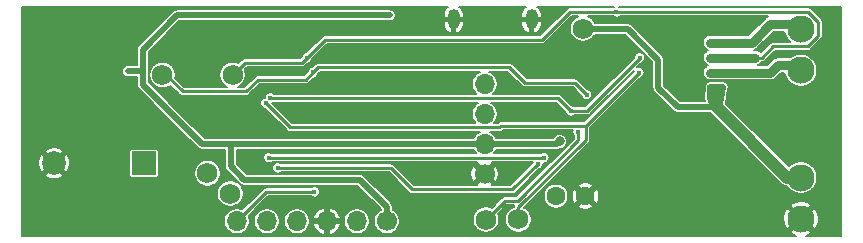
<source format=gbl>
%TF.GenerationSoftware,KiCad,Pcbnew,(5.1.9)-1*%
%TF.CreationDate,2021-05-22T10:51:53+02:00*%
%TF.ProjectId,SPD_DC_MotorHBridge,5350445f-4443-45f4-9d6f-746f72484272,rev?*%
%TF.SameCoordinates,Original*%
%TF.FileFunction,Copper,L2,Bot*%
%TF.FilePolarity,Positive*%
%FSLAX46Y46*%
G04 Gerber Fmt 4.6, Leading zero omitted, Abs format (unit mm)*
G04 Created by KiCad (PCBNEW (5.1.9)-1) date 2021-05-22 10:51:53*
%MOMM*%
%LPD*%
G01*
G04 APERTURE LIST*
%TA.AperFunction,ComponentPad*%
%ADD10C,0.450000*%
%TD*%
%TA.AperFunction,SMDPad,CuDef*%
%ADD11R,2.410000X3.100000*%
%TD*%
%TA.AperFunction,ComponentPad*%
%ADD12C,2.300000*%
%TD*%
%TA.AperFunction,ComponentPad*%
%ADD13O,1.700000X1.700000*%
%TD*%
%TA.AperFunction,ComponentPad*%
%ADD14C,1.700000*%
%TD*%
%TA.AperFunction,ComponentPad*%
%ADD15C,1.750000*%
%TD*%
%TA.AperFunction,ComponentPad*%
%ADD16O,1.000000X1.700000*%
%TD*%
%TA.AperFunction,ComponentPad*%
%ADD17C,1.600000*%
%TD*%
%TA.AperFunction,ComponentPad*%
%ADD18C,2.000000*%
%TD*%
%TA.AperFunction,ComponentPad*%
%ADD19R,2.000000X2.000000*%
%TD*%
%TA.AperFunction,ViaPad*%
%ADD20C,0.450000*%
%TD*%
%TA.AperFunction,ViaPad*%
%ADD21C,0.800000*%
%TD*%
%TA.AperFunction,Conductor*%
%ADD22C,1.000000*%
%TD*%
%TA.AperFunction,Conductor*%
%ADD23C,0.500000*%
%TD*%
%TA.AperFunction,Conductor*%
%ADD24C,0.254000*%
%TD*%
%TA.AperFunction,Conductor*%
%ADD25C,0.800000*%
%TD*%
%TA.AperFunction,Conductor*%
%ADD26C,0.200000*%
%TD*%
%TA.AperFunction,Conductor*%
%ADD27C,0.100000*%
%TD*%
%TA.AperFunction,Conductor*%
%ADD28C,0.152000*%
%TD*%
G04 APERTURE END LIST*
D10*
%TO.P,U3,1*%
%TO.N,GND*%
X56972200Y-5930900D03*
X56972200Y-4660900D03*
X56007000Y-4660900D03*
X56007000Y-5930900D03*
X56515000Y-6591300D03*
X56515000Y-5270500D03*
X56515000Y-3970500D03*
D11*
X56515000Y-5270500D03*
D10*
X57470000Y-6570500D03*
X55560000Y-6570500D03*
X57470000Y-5270500D03*
X55560000Y-5270500D03*
X57470000Y-3970500D03*
X55560000Y-3970500D03*
%TD*%
D12*
%TO.P,J1,2*%
%TO.N,/MA*%
X66294000Y-2215000D03*
%TO.P,J1,1*%
%TO.N,/MB*%
X66294000Y-5715000D03*
%TD*%
D13*
%TO.P,J4,6*%
%TO.N,/SWO*%
X18542000Y-18491200D03*
%TO.P,J4,5*%
%TO.N,/NRST*%
X21082000Y-18491200D03*
%TO.P,J4,4*%
%TO.N,/SWDIO*%
X23622000Y-18491200D03*
%TO.P,J4,3*%
%TO.N,GND*%
X26162000Y-18491200D03*
%TO.P,J4,2*%
%TO.N,/SWCLK*%
X28702000Y-18491200D03*
D14*
%TO.P,J4,1*%
%TO.N,+3V3*%
X31242000Y-18491200D03*
%TD*%
D15*
%TO.P,VM1,1*%
%TO.N,/VM*%
X12242800Y-6096000D03*
%TD*%
%TO.P,T1,1*%
%TO.N,Net-(T1-Pad1)*%
X16052800Y-14427200D03*
%TD*%
%TO.P,T0,1*%
%TO.N,Net-(T0-Pad1)*%
X17983200Y-16154400D03*
%TD*%
%TO.P,MP3,1*%
%TO.N,/PB*%
X42367200Y-18338800D03*
%TD*%
%TO.P,MP2,1*%
%TO.N,/PA*%
X39624000Y-18351500D03*
%TD*%
%TO.P,IM1,1*%
%TO.N,/IM*%
X18186400Y-6096000D03*
%TD*%
%TO.P,MP1,1*%
%TO.N,+9V*%
X47853600Y-2184400D03*
%TD*%
D16*
%TO.P,J5,6*%
%TO.N,GND*%
X36893500Y-1397000D03*
X43493500Y-1397000D03*
%TD*%
D12*
%TO.P,J2,2*%
%TO.N,+9V*%
X66294000Y-14788000D03*
%TO.P,J2,1*%
%TO.N,GND*%
X66294000Y-18288000D03*
%TD*%
D13*
%TO.P,J3,4*%
%TO.N,/SDA*%
X39522400Y-6858000D03*
%TO.P,J3,3*%
%TO.N,/SCL*%
X39522400Y-9398000D03*
%TO.P,J3,2*%
%TO.N,+3V3*%
X39522400Y-11938000D03*
D14*
%TO.P,J3,1*%
%TO.N,GND*%
X39522400Y-14478000D03*
%TD*%
D17*
%TO.P,C3,2*%
%TO.N,GND*%
X48056800Y-16357600D03*
%TO.P,C3,1*%
%TO.N,+9V*%
X45556800Y-16357600D03*
%TD*%
D18*
%TO.P,BZ1,2*%
%TO.N,GND*%
X3068000Y-13589000D03*
D19*
%TO.P,BZ1,1*%
%TO.N,Net-(BZ1-Pad1)*%
X10668000Y-13589000D03*
%TD*%
D20*
%TO.N,GND*%
X62420500Y-7810500D03*
X61150500Y-7810500D03*
X31597600Y-6654800D03*
X32969200Y-8636000D03*
X54190900Y-10782300D03*
X55054500Y-10795000D03*
X55867300Y-10795000D03*
X53352700Y-10795000D03*
X52527200Y-10795000D03*
X29972000Y-9906000D03*
X23672800Y-11277600D03*
D21*
X63550800Y-18288000D03*
X63550800Y-16611600D03*
X47701200Y-14782800D03*
X58115200Y-16256000D03*
X59029600Y-15443200D03*
D20*
X54203600Y-17120000D03*
D21*
X55676800Y-13004800D03*
X54305200Y-13004800D03*
X52933600Y-13004800D03*
D20*
X37947600Y-7315200D03*
D21*
X46685200Y-7569200D03*
D20*
X43434000Y-12598400D03*
X33832800Y-16916400D03*
X37795200Y-11277600D03*
X41046400Y-12598400D03*
X38100000Y-12598400D03*
X37947600Y-9296400D03*
X34137600Y-11277600D03*
X37947600Y-6045200D03*
X28448000Y-15646400D03*
D21*
X20929600Y-10058400D03*
D20*
X26060400Y-6654800D03*
X19507200Y-15697200D03*
X29311600Y-11226800D03*
X26060400Y-16103600D03*
X34798000Y-14224000D03*
X19761200Y-5892800D03*
X11988800Y-7366000D03*
X14427200Y-2133600D03*
X6908800Y-2133600D03*
X21996400Y-3505200D03*
X43180000Y-11277600D03*
X45212000Y-11277600D03*
X45262800Y-12598400D03*
X15036800Y-15646400D03*
D21*
X63436500Y-7747000D03*
D20*
X52197000Y-9080500D03*
D21*
X24828500Y-9652000D03*
X50673000Y-3472500D03*
D20*
X58928000Y-2324100D03*
X56578500Y-2349500D03*
X54038500Y-2324100D03*
X61785500Y-7810500D03*
D21*
X61341000Y-9144000D03*
X62484000Y-9144000D03*
X63436500Y-8763000D03*
D20*
X49212500Y-1371600D03*
X43878500Y-9271000D03*
X64262000Y-2921000D03*
D21*
X61150500Y-13335000D03*
X58102500Y-10160000D03*
X57023000Y-7302500D03*
D20*
X39624000Y-16700500D03*
%TO.N,+9V*%
X58674000Y-7175500D03*
X59690000Y-7175500D03*
X59165000Y-7637000D03*
%TO.N,+3V3*%
X9305400Y-5791200D03*
X28752800Y-11938000D03*
X22453600Y-14986000D03*
X13716000Y-10058400D03*
D21*
X45872400Y-11734800D03*
D20*
X23622000Y-1057800D03*
X31496000Y-1057800D03*
%TO.N,/IM*%
X62420500Y-4635500D03*
X58610500Y-4635500D03*
X59690000Y-4635500D03*
X24485600Y-4635500D03*
X61087000Y-4635500D03*
X61722000Y-4635500D03*
X50673000Y-762000D03*
%TO.N,/MB*%
X59690000Y-5905500D03*
X58610500Y-5905500D03*
%TO.N,/MA*%
X59690000Y-3365500D03*
X58610500Y-3365500D03*
%TO.N,/PB*%
X52578000Y-5905500D03*
X20980400Y-8483600D03*
%TO.N,/PA*%
X52641500Y-4635500D03*
X47434500Y-10922000D03*
X21380450Y-8020050D03*
X46799500Y-9144000D03*
%TO.N,/VM*%
X48158400Y-7781400D03*
X24993600Y-5892800D03*
%TO.N,/USB_DM*%
X44551600Y-13106400D03*
X21234400Y-13106400D03*
%TO.N,/USB_DP*%
X44043600Y-13614400D03*
X21996400Y-13970000D03*
%TO.N,/SWO*%
X25095200Y-16000374D03*
%TD*%
D22*
%TO.N,+9V*%
X65156200Y-14788000D02*
X66294000Y-14788000D01*
X59170200Y-8802000D02*
X65156200Y-14788000D01*
D23*
X51638200Y-2235200D02*
X54229000Y-4826000D01*
X48018700Y-2235200D02*
X51638200Y-2235200D01*
X47879000Y-2095500D02*
X48018700Y-2235200D01*
X54229000Y-4826000D02*
X54229000Y-7175500D01*
X55855500Y-8802000D02*
X59170200Y-8802000D01*
X54229000Y-7175500D02*
X55855500Y-8802000D01*
%TO.N,+3V3*%
X21590000Y-11938000D02*
X21463000Y-11938000D01*
X23622000Y-1057800D02*
X31496000Y-1057800D01*
X9956800Y-5791200D02*
X9305400Y-5791200D01*
X18034000Y-11938000D02*
X21463000Y-11938000D01*
X28752800Y-11938000D02*
X21463000Y-11938000D01*
X28956000Y-14986000D02*
X31242000Y-17272000D01*
X31242000Y-17272000D02*
X31242000Y-18491200D01*
X22453600Y-14986000D02*
X28956000Y-14986000D01*
X18034000Y-13843000D02*
X18034000Y-11938000D01*
X19177000Y-14986000D02*
X18034000Y-13843000D01*
X22453600Y-14986000D02*
X19177000Y-14986000D01*
X15595600Y-11938000D02*
X18034000Y-11938000D01*
X13716000Y-10058400D02*
X15595600Y-11938000D01*
X45669200Y-11938000D02*
X27076400Y-11938000D01*
X45872400Y-11734800D02*
X45669200Y-11938000D01*
X10566400Y-5791200D02*
X9956800Y-5791200D01*
X10566400Y-3962400D02*
X10566400Y-5791200D01*
X13471000Y-1057800D02*
X10566400Y-3962400D01*
X23622000Y-1057800D02*
X23622000Y-1057800D01*
X10515600Y-5791200D02*
X9956800Y-5791200D01*
X10566400Y-5740400D02*
X10515600Y-5791200D01*
X10566400Y-6917000D02*
X10566400Y-5740400D01*
X13707800Y-10058400D02*
X10566400Y-6917000D01*
X13716000Y-10058400D02*
X13707800Y-10058400D01*
X23622000Y-1057800D02*
X13471000Y-1057800D01*
X31496000Y-1057800D02*
X31496000Y-1057800D01*
D24*
%TO.N,/IM*%
X19202400Y-5080000D02*
X18186400Y-6096000D01*
X24041100Y-5080000D02*
X19202400Y-5080000D01*
X24485600Y-4635500D02*
X24041100Y-5080000D01*
D25*
X62420500Y-4635500D02*
X58610500Y-4635500D01*
D24*
X46736000Y-762000D02*
X44386500Y-3111500D01*
X44386500Y-3111500D02*
X26009600Y-3111500D01*
X26009600Y-3111500D02*
X24485600Y-4635500D01*
X50673000Y-762000D02*
X46736000Y-762000D01*
X66929000Y-762000D02*
X50673000Y-762000D01*
X67754500Y-1587500D02*
X66929000Y-762000D01*
X67754500Y-2794000D02*
X67754500Y-1587500D01*
X66865500Y-3683000D02*
X67754500Y-2794000D01*
X63944500Y-3683000D02*
X66865500Y-3683000D01*
X62992000Y-4635500D02*
X63944500Y-3683000D01*
X62420500Y-4635500D02*
X62992000Y-4635500D01*
D25*
%TO.N,/MB*%
X58610500Y-5905500D02*
X59690000Y-5905500D01*
X64325500Y-5270500D02*
X66294000Y-5270500D01*
X63690500Y-5905500D02*
X64325500Y-5270500D01*
X59690000Y-5905500D02*
X63690500Y-5905500D01*
%TO.N,/MA*%
X62115700Y-3365500D02*
X58610500Y-3365500D01*
X63710700Y-1770500D02*
X62115700Y-3365500D01*
X66294000Y-1770500D02*
X63710700Y-1770500D01*
D24*
%TO.N,/PB*%
X42367200Y-17297400D02*
X42367200Y-18338800D01*
X48069500Y-11595100D02*
X42367200Y-17297400D01*
X48069500Y-10414000D02*
X48069500Y-11595100D01*
X48069500Y-10414000D02*
X52578000Y-5905500D01*
X40767000Y-10541000D02*
X40894000Y-10414000D01*
X23037800Y-10541000D02*
X40767000Y-10541000D01*
X40894000Y-10414000D02*
X48069500Y-10414000D01*
X20980400Y-8483600D02*
X23037800Y-10541000D01*
%TO.N,/PA*%
X41211500Y-16764000D02*
X39624000Y-18351500D01*
X42316400Y-16764000D02*
X41211500Y-16764000D01*
X47434500Y-11645900D02*
X42316400Y-16764000D01*
X47434500Y-10922000D02*
X47434500Y-11645900D01*
X21424900Y-8064500D02*
X21380450Y-8020050D01*
X46799500Y-9144000D02*
X45720000Y-8064500D01*
X45720000Y-8064500D02*
X21424900Y-8064500D01*
X52641500Y-4699000D02*
X52641500Y-4635500D01*
X48196500Y-9144000D02*
X52641500Y-4699000D01*
X46799500Y-9144000D02*
X48196500Y-9144000D01*
%TO.N,/VM*%
X47133400Y-6756400D02*
X48158400Y-7781400D01*
X42926000Y-6756400D02*
X47133400Y-6756400D01*
X41605200Y-5435600D02*
X42926000Y-6756400D01*
X25450800Y-5435600D02*
X41605200Y-5435600D01*
X24993600Y-5892800D02*
X25450800Y-5435600D01*
X13944600Y-7493000D02*
X12242800Y-5791200D01*
X19329400Y-7493000D02*
X13944600Y-7493000D01*
X20320000Y-6502400D02*
X19329400Y-7493000D01*
X24384000Y-6502400D02*
X20320000Y-6502400D01*
X24993600Y-5892800D02*
X24384000Y-6502400D01*
%TO.N,/USB_DM*%
X21234400Y-13106400D02*
X44551600Y-13106400D01*
%TO.N,/USB_DP*%
X41859200Y-15798800D02*
X44043600Y-13614400D01*
X33388300Y-15798800D02*
X41859200Y-15798800D01*
X31559500Y-13970000D02*
X33388300Y-15798800D01*
X21996400Y-13970000D02*
X31559500Y-13970000D01*
%TO.N,/SWO*%
X20167600Y-16865600D02*
X18542000Y-18491200D01*
X21032826Y-16000374D02*
X20167600Y-16865600D01*
X25095200Y-16000374D02*
X21032826Y-16000374D01*
%TD*%
D26*
%TO.N,GND*%
X36398525Y-334237D02*
X36268983Y-444497D01*
X36163440Y-577911D01*
X36085953Y-729352D01*
X36039500Y-893000D01*
X36039500Y-1243000D01*
X36739500Y-1243000D01*
X36739500Y-1223000D01*
X37047500Y-1223000D01*
X37047500Y-1243000D01*
X37747500Y-1243000D01*
X37747500Y-893000D01*
X37701047Y-729352D01*
X37623560Y-577911D01*
X37518017Y-444497D01*
X37388475Y-334237D01*
X37376218Y-327400D01*
X43010782Y-327400D01*
X42998525Y-334237D01*
X42868983Y-444497D01*
X42763440Y-577911D01*
X42685953Y-729352D01*
X42639500Y-893000D01*
X42639500Y-1243000D01*
X43339500Y-1243000D01*
X43339500Y-1223000D01*
X43647500Y-1223000D01*
X43647500Y-1243000D01*
X44347500Y-1243000D01*
X44347500Y-893000D01*
X44301047Y-729352D01*
X44223560Y-577911D01*
X44118017Y-444497D01*
X43988475Y-334237D01*
X43976218Y-327400D01*
X50474711Y-327400D01*
X50446866Y-338934D01*
X50381515Y-382600D01*
X46754629Y-382600D01*
X46736000Y-380765D01*
X46717371Y-382600D01*
X46717368Y-382600D01*
X46661625Y-388090D01*
X46606753Y-404736D01*
X46590107Y-409785D01*
X46524196Y-445015D01*
X46480898Y-480549D01*
X46466426Y-492426D01*
X46454550Y-506897D01*
X44229348Y-2732100D01*
X26028221Y-2732100D01*
X26009599Y-2730266D01*
X25990977Y-2732100D01*
X25990968Y-2732100D01*
X25935225Y-2737590D01*
X25863708Y-2759285D01*
X25833026Y-2775685D01*
X25797796Y-2794515D01*
X25775722Y-2812631D01*
X25740026Y-2841926D01*
X25728146Y-2856402D01*
X24423436Y-4161112D01*
X24346348Y-4176446D01*
X24259466Y-4212434D01*
X24181275Y-4264679D01*
X24114779Y-4331175D01*
X24062534Y-4409366D01*
X24026546Y-4496248D01*
X24011213Y-4573335D01*
X23883948Y-4700600D01*
X19221029Y-4700600D01*
X19202400Y-4698765D01*
X19183771Y-4700600D01*
X19183768Y-4700600D01*
X19128025Y-4706090D01*
X19056508Y-4727785D01*
X19054544Y-4728835D01*
X18990596Y-4763015D01*
X18947298Y-4798549D01*
X18932826Y-4810426D01*
X18920950Y-4824897D01*
X18669875Y-5075973D01*
X18515250Y-5011925D01*
X18297439Y-4968600D01*
X18075361Y-4968600D01*
X17857550Y-5011925D01*
X17652376Y-5096911D01*
X17467724Y-5220291D01*
X17310691Y-5377324D01*
X17187311Y-5561976D01*
X17102325Y-5767150D01*
X17059000Y-5984961D01*
X17059000Y-6207039D01*
X17102325Y-6424850D01*
X17187311Y-6630024D01*
X17310691Y-6814676D01*
X17467724Y-6971709D01*
X17652376Y-7095089D01*
X17697065Y-7113600D01*
X14101753Y-7113600D01*
X13341164Y-6353012D01*
X13370200Y-6207039D01*
X13370200Y-5984961D01*
X13326875Y-5767150D01*
X13241889Y-5561976D01*
X13118509Y-5377324D01*
X12961476Y-5220291D01*
X12776824Y-5096911D01*
X12571650Y-5011925D01*
X12353839Y-4968600D01*
X12131761Y-4968600D01*
X11913950Y-5011925D01*
X11708776Y-5096911D01*
X11524124Y-5220291D01*
X11367091Y-5377324D01*
X11243711Y-5561976D01*
X11158725Y-5767150D01*
X11115400Y-5984961D01*
X11115400Y-6207039D01*
X11158725Y-6424850D01*
X11243711Y-6630024D01*
X11367091Y-6814676D01*
X11524124Y-6971709D01*
X11708776Y-7095089D01*
X11913950Y-7180075D01*
X12131761Y-7223400D01*
X12353839Y-7223400D01*
X12571650Y-7180075D01*
X12776824Y-7095089D01*
X12916685Y-7001637D01*
X13663150Y-7748103D01*
X13675026Y-7762574D01*
X13689497Y-7774450D01*
X13689498Y-7774451D01*
X13732797Y-7809985D01*
X13798707Y-7845215D01*
X13815353Y-7850264D01*
X13870225Y-7866910D01*
X13925968Y-7872400D01*
X13925971Y-7872400D01*
X13944600Y-7874235D01*
X13963229Y-7872400D01*
X19310771Y-7872400D01*
X19329400Y-7874235D01*
X19348029Y-7872400D01*
X19348032Y-7872400D01*
X19403775Y-7866910D01*
X19475292Y-7845215D01*
X19541203Y-7809985D01*
X19598974Y-7762574D01*
X19610854Y-7748098D01*
X20477153Y-6881800D01*
X24365371Y-6881800D01*
X24384000Y-6883635D01*
X24402629Y-6881800D01*
X24402632Y-6881800D01*
X24458375Y-6876310D01*
X24529892Y-6854615D01*
X24595803Y-6819385D01*
X24653574Y-6771974D01*
X24665454Y-6757498D01*
X25055765Y-6367187D01*
X25132852Y-6351854D01*
X25219734Y-6315866D01*
X25297925Y-6263621D01*
X25364421Y-6197125D01*
X25416666Y-6118934D01*
X25452654Y-6032052D01*
X25467988Y-5954964D01*
X25607952Y-5815000D01*
X39159716Y-5815000D01*
X39000218Y-5881066D01*
X38819661Y-6001710D01*
X38666110Y-6155261D01*
X38545466Y-6335818D01*
X38462365Y-6536442D01*
X38420000Y-6749423D01*
X38420000Y-6966577D01*
X38462365Y-7179558D01*
X38545466Y-7380182D01*
X38666110Y-7560739D01*
X38790471Y-7685100D01*
X21720646Y-7685100D01*
X21684775Y-7649229D01*
X21606584Y-7596984D01*
X21519702Y-7560996D01*
X21427470Y-7542650D01*
X21333430Y-7542650D01*
X21241198Y-7560996D01*
X21154316Y-7596984D01*
X21076125Y-7649229D01*
X21009629Y-7715725D01*
X20957384Y-7793916D01*
X20921396Y-7880798D01*
X20903050Y-7973030D01*
X20903050Y-8012233D01*
X20841148Y-8024546D01*
X20754266Y-8060534D01*
X20676075Y-8112779D01*
X20609579Y-8179275D01*
X20557334Y-8257466D01*
X20521346Y-8344348D01*
X20503000Y-8436580D01*
X20503000Y-8530620D01*
X20521346Y-8622852D01*
X20557334Y-8709734D01*
X20609579Y-8787925D01*
X20676075Y-8854421D01*
X20754266Y-8906666D01*
X20841148Y-8942654D01*
X20918235Y-8957988D01*
X22756350Y-10796103D01*
X22768226Y-10810574D01*
X22782697Y-10822450D01*
X22782698Y-10822451D01*
X22825996Y-10857985D01*
X22861226Y-10876815D01*
X22891908Y-10893215D01*
X22963425Y-10914910D01*
X23019168Y-10920400D01*
X23019171Y-10920400D01*
X23037800Y-10922235D01*
X23056429Y-10920400D01*
X39098395Y-10920400D01*
X39000218Y-10961066D01*
X38819661Y-11081710D01*
X38666110Y-11235261D01*
X38545466Y-11415818D01*
X38537272Y-11435600D01*
X18058673Y-11435600D01*
X18034000Y-11433170D01*
X18009328Y-11435600D01*
X15803701Y-11435600D01*
X14088703Y-9720603D01*
X14072969Y-9701431D01*
X14008074Y-9648173D01*
X11068800Y-6708900D01*
X11068800Y-5815873D01*
X11071230Y-5791200D01*
X11068800Y-5766527D01*
X11068800Y-5765073D01*
X11071230Y-5740401D01*
X11068800Y-5715727D01*
X11068800Y-4170500D01*
X13679101Y-1560200D01*
X31520673Y-1560200D01*
X31594487Y-1552930D01*
X31600849Y-1551000D01*
X36039500Y-1551000D01*
X36039500Y-1901000D01*
X36085953Y-2064648D01*
X36163440Y-2216089D01*
X36268983Y-2349503D01*
X36398525Y-2459763D01*
X36547089Y-2542632D01*
X36609991Y-2552567D01*
X36739500Y-2496849D01*
X36739500Y-1551000D01*
X37047500Y-1551000D01*
X37047500Y-2496849D01*
X37177009Y-2552567D01*
X37239911Y-2542632D01*
X37388475Y-2459763D01*
X37518017Y-2349503D01*
X37623560Y-2216089D01*
X37701047Y-2064648D01*
X37747500Y-1901000D01*
X37747500Y-1551000D01*
X42639500Y-1551000D01*
X42639500Y-1901000D01*
X42685953Y-2064648D01*
X42763440Y-2216089D01*
X42868983Y-2349503D01*
X42998525Y-2459763D01*
X43147089Y-2542632D01*
X43209991Y-2552567D01*
X43339500Y-2496849D01*
X43339500Y-1551000D01*
X43647500Y-1551000D01*
X43647500Y-2496849D01*
X43777009Y-2552567D01*
X43839911Y-2542632D01*
X43988475Y-2459763D01*
X44118017Y-2349503D01*
X44223560Y-2216089D01*
X44301047Y-2064648D01*
X44347500Y-1901000D01*
X44347500Y-1551000D01*
X43647500Y-1551000D01*
X43339500Y-1551000D01*
X42639500Y-1551000D01*
X37747500Y-1551000D01*
X37047500Y-1551000D01*
X36739500Y-1551000D01*
X36039500Y-1551000D01*
X31600849Y-1551000D01*
X31689190Y-1524202D01*
X31776469Y-1477551D01*
X31852969Y-1414769D01*
X31915751Y-1338269D01*
X31962402Y-1250990D01*
X31991130Y-1156287D01*
X32000830Y-1057800D01*
X31991130Y-959313D01*
X31962402Y-864610D01*
X31915751Y-777331D01*
X31852969Y-700831D01*
X31776469Y-638049D01*
X31689190Y-591398D01*
X31594487Y-562670D01*
X31520673Y-555400D01*
X13495673Y-555400D01*
X13471000Y-552970D01*
X13372512Y-562670D01*
X13322270Y-577911D01*
X13277810Y-591398D01*
X13190531Y-638049D01*
X13114031Y-700831D01*
X13098301Y-719998D01*
X10228603Y-3589697D01*
X10209431Y-3605431D01*
X10146649Y-3681931D01*
X10099998Y-3769211D01*
X10083210Y-3824554D01*
X10071270Y-3863913D01*
X10061570Y-3962400D01*
X10064000Y-3987073D01*
X10064001Y-5288800D01*
X9280727Y-5288800D01*
X9206913Y-5296070D01*
X9112210Y-5324798D01*
X9024931Y-5371449D01*
X8948431Y-5434231D01*
X8885649Y-5510731D01*
X8838998Y-5598010D01*
X8810270Y-5692713D01*
X8800570Y-5791200D01*
X8810270Y-5889687D01*
X8838998Y-5984390D01*
X8885649Y-6071669D01*
X8948431Y-6148169D01*
X9024931Y-6210951D01*
X9112210Y-6257602D01*
X9206913Y-6286330D01*
X9280727Y-6293600D01*
X10064001Y-6293600D01*
X10064000Y-6892327D01*
X10061570Y-6917000D01*
X10071270Y-7015487D01*
X10077568Y-7036248D01*
X10099998Y-7110189D01*
X10146649Y-7197469D01*
X10209431Y-7273969D01*
X10228603Y-7289703D01*
X13335101Y-10396202D01*
X13350831Y-10415369D01*
X13415731Y-10468631D01*
X15222901Y-12275802D01*
X15238631Y-12294969D01*
X15315131Y-12357751D01*
X15388663Y-12397054D01*
X15402410Y-12404402D01*
X15497112Y-12433130D01*
X15595600Y-12442830D01*
X15620273Y-12440400D01*
X17531601Y-12440400D01*
X17531600Y-13818327D01*
X17529170Y-13843000D01*
X17538870Y-13941487D01*
X17547520Y-13970000D01*
X17567598Y-14036189D01*
X17614249Y-14123469D01*
X17677031Y-14199969D01*
X17696203Y-14215703D01*
X18804301Y-15323802D01*
X18820031Y-15342969D01*
X18896531Y-15405751D01*
X18983810Y-15452402D01*
X19049784Y-15472415D01*
X19078512Y-15481130D01*
X19176999Y-15490830D01*
X19201672Y-15488400D01*
X28747900Y-15488400D01*
X30739600Y-17480101D01*
X30739600Y-17506072D01*
X30719818Y-17514266D01*
X30539261Y-17634910D01*
X30385710Y-17788461D01*
X30265066Y-17969018D01*
X30181965Y-18169642D01*
X30139600Y-18382623D01*
X30139600Y-18599777D01*
X30181965Y-18812758D01*
X30265066Y-19013382D01*
X30385710Y-19193939D01*
X30539261Y-19347490D01*
X30719818Y-19468134D01*
X30920442Y-19551235D01*
X31133423Y-19593600D01*
X31350577Y-19593600D01*
X31563558Y-19551235D01*
X31764182Y-19468134D01*
X31944739Y-19347490D01*
X32098290Y-19193939D01*
X32218934Y-19013382D01*
X32302035Y-18812758D01*
X32344400Y-18599777D01*
X32344400Y-18382623D01*
X32302035Y-18169642D01*
X32218934Y-17969018D01*
X32098290Y-17788461D01*
X31944739Y-17634910D01*
X31764182Y-17514266D01*
X31744400Y-17506072D01*
X31744400Y-17296672D01*
X31746830Y-17271999D01*
X31737130Y-17173512D01*
X31721110Y-17120702D01*
X31708402Y-17078810D01*
X31661751Y-16991531D01*
X31598969Y-16915031D01*
X31579802Y-16899301D01*
X29328703Y-14648203D01*
X29312969Y-14629031D01*
X29236469Y-14566249D01*
X29149190Y-14519598D01*
X29054487Y-14490870D01*
X28980673Y-14483600D01*
X28956000Y-14481170D01*
X28931327Y-14483600D01*
X19385101Y-14483600D01*
X18536400Y-13634900D01*
X18536400Y-12440400D01*
X38537272Y-12440400D01*
X38545466Y-12460182D01*
X38666110Y-12640739D01*
X38752371Y-12727000D01*
X21525885Y-12727000D01*
X21460534Y-12683334D01*
X21373652Y-12647346D01*
X21281420Y-12629000D01*
X21187380Y-12629000D01*
X21095148Y-12647346D01*
X21008266Y-12683334D01*
X20930075Y-12735579D01*
X20863579Y-12802075D01*
X20811334Y-12880266D01*
X20775346Y-12967148D01*
X20757000Y-13059380D01*
X20757000Y-13153420D01*
X20775346Y-13245652D01*
X20811334Y-13332534D01*
X20863579Y-13410725D01*
X20930075Y-13477221D01*
X21008266Y-13529466D01*
X21095148Y-13565454D01*
X21187380Y-13583800D01*
X21281420Y-13583800D01*
X21373652Y-13565454D01*
X21460534Y-13529466D01*
X21525885Y-13485800D01*
X38902034Y-13485800D01*
X38845910Y-13583721D01*
X39522400Y-14260211D01*
X40198890Y-13583721D01*
X40142766Y-13485800D01*
X43582427Y-13485800D01*
X43569213Y-13552234D01*
X41702048Y-15419400D01*
X40171882Y-15419400D01*
X40198890Y-15372279D01*
X39522400Y-14695789D01*
X38845910Y-15372279D01*
X38872918Y-15419400D01*
X33545453Y-15419400D01*
X32710823Y-14584770D01*
X38317295Y-14584770D01*
X38361280Y-14817823D01*
X38449887Y-15037816D01*
X38461073Y-15058745D01*
X38628121Y-15154490D01*
X39304611Y-14478000D01*
X39740189Y-14478000D01*
X40416679Y-15154490D01*
X40583727Y-15058745D01*
X40676632Y-14840531D01*
X40725179Y-14608386D01*
X40727505Y-14371230D01*
X40683520Y-14138177D01*
X40594913Y-13918184D01*
X40583727Y-13897255D01*
X40416679Y-13801510D01*
X39740189Y-14478000D01*
X39304611Y-14478000D01*
X38628121Y-13801510D01*
X38461073Y-13897255D01*
X38368168Y-14115469D01*
X38319621Y-14347614D01*
X38317295Y-14584770D01*
X32710823Y-14584770D01*
X31840954Y-13714902D01*
X31829074Y-13700426D01*
X31771303Y-13653015D01*
X31705392Y-13617785D01*
X31633875Y-13596090D01*
X31578132Y-13590600D01*
X31578129Y-13590600D01*
X31559500Y-13588765D01*
X31540871Y-13590600D01*
X22287885Y-13590600D01*
X22222534Y-13546934D01*
X22135652Y-13510946D01*
X22043420Y-13492600D01*
X21949380Y-13492600D01*
X21857148Y-13510946D01*
X21770266Y-13546934D01*
X21692075Y-13599179D01*
X21625579Y-13665675D01*
X21573334Y-13743866D01*
X21537346Y-13830748D01*
X21519000Y-13922980D01*
X21519000Y-14017020D01*
X21537346Y-14109252D01*
X21573334Y-14196134D01*
X21625579Y-14274325D01*
X21692075Y-14340821D01*
X21770266Y-14393066D01*
X21857148Y-14429054D01*
X21949380Y-14447400D01*
X22043420Y-14447400D01*
X22135652Y-14429054D01*
X22222534Y-14393066D01*
X22287885Y-14349400D01*
X31402348Y-14349400D01*
X33106850Y-16053903D01*
X33118726Y-16068374D01*
X33133197Y-16080250D01*
X33133198Y-16080251D01*
X33176496Y-16115785D01*
X33242407Y-16151015D01*
X33259053Y-16156064D01*
X33313925Y-16172710D01*
X33369668Y-16178200D01*
X33369671Y-16178200D01*
X33388300Y-16180035D01*
X33406929Y-16178200D01*
X41840571Y-16178200D01*
X41859200Y-16180035D01*
X41877829Y-16178200D01*
X41877832Y-16178200D01*
X41933575Y-16172710D01*
X42005092Y-16151015D01*
X42071003Y-16115785D01*
X42128774Y-16068374D01*
X42140654Y-16053898D01*
X44105766Y-14088787D01*
X44182852Y-14073454D01*
X44269734Y-14037466D01*
X44347925Y-13985221D01*
X44414421Y-13918725D01*
X44466666Y-13840534D01*
X44502654Y-13753652D01*
X44521000Y-13661420D01*
X44521000Y-13583800D01*
X44598620Y-13583800D01*
X44690852Y-13565454D01*
X44777734Y-13529466D01*
X44855925Y-13477221D01*
X44922421Y-13410725D01*
X44974666Y-13332534D01*
X45010654Y-13245652D01*
X45029000Y-13153420D01*
X45029000Y-13059380D01*
X45010654Y-12967148D01*
X44974666Y-12880266D01*
X44922421Y-12802075D01*
X44855925Y-12735579D01*
X44777734Y-12683334D01*
X44690852Y-12647346D01*
X44598620Y-12629000D01*
X44504580Y-12629000D01*
X44412348Y-12647346D01*
X44325466Y-12683334D01*
X44260115Y-12727000D01*
X40292429Y-12727000D01*
X40378690Y-12640739D01*
X40499334Y-12460182D01*
X40507528Y-12440400D01*
X45644527Y-12440400D01*
X45669200Y-12442830D01*
X45767687Y-12433130D01*
X45862390Y-12404402D01*
X45894573Y-12387200D01*
X45936656Y-12387200D01*
X46062698Y-12362129D01*
X46181427Y-12312950D01*
X46288281Y-12241552D01*
X46379152Y-12150681D01*
X46450550Y-12043827D01*
X46499729Y-11925098D01*
X46524800Y-11799056D01*
X46524800Y-11670544D01*
X46499729Y-11544502D01*
X46450550Y-11425773D01*
X46379152Y-11318919D01*
X46288281Y-11228048D01*
X46181427Y-11156650D01*
X46062698Y-11107471D01*
X45936656Y-11082400D01*
X45808144Y-11082400D01*
X45682102Y-11107471D01*
X45563373Y-11156650D01*
X45456519Y-11228048D01*
X45365648Y-11318919D01*
X45294250Y-11425773D01*
X45290180Y-11435600D01*
X40507528Y-11435600D01*
X40499334Y-11415818D01*
X40378690Y-11235261D01*
X40225139Y-11081710D01*
X40044582Y-10961066D01*
X39946405Y-10920400D01*
X40748371Y-10920400D01*
X40767000Y-10922235D01*
X40785629Y-10920400D01*
X40785632Y-10920400D01*
X40841375Y-10914910D01*
X40912892Y-10893215D01*
X40978803Y-10857985D01*
X41036574Y-10810574D01*
X41048454Y-10796098D01*
X41051152Y-10793400D01*
X46973327Y-10793400D01*
X46957100Y-10874980D01*
X46957100Y-10969020D01*
X46975446Y-11061252D01*
X47011434Y-11148134D01*
X47055100Y-11213486D01*
X47055101Y-11488747D01*
X42159248Y-16384600D01*
X41230128Y-16384600D01*
X41211499Y-16382765D01*
X41192870Y-16384600D01*
X41192868Y-16384600D01*
X41137125Y-16390090D01*
X41065608Y-16411785D01*
X41043803Y-16423440D01*
X40999696Y-16447015D01*
X40956398Y-16482549D01*
X40941926Y-16494426D01*
X40930050Y-16508897D01*
X40107475Y-17331473D01*
X39952850Y-17267425D01*
X39735039Y-17224100D01*
X39512961Y-17224100D01*
X39295150Y-17267425D01*
X39089976Y-17352411D01*
X38905324Y-17475791D01*
X38748291Y-17632824D01*
X38624911Y-17817476D01*
X38539925Y-18022650D01*
X38496600Y-18240461D01*
X38496600Y-18462539D01*
X38539925Y-18680350D01*
X38624911Y-18885524D01*
X38748291Y-19070176D01*
X38905324Y-19227209D01*
X39089976Y-19350589D01*
X39295150Y-19435575D01*
X39512961Y-19478900D01*
X39735039Y-19478900D01*
X39952850Y-19435575D01*
X40158024Y-19350589D01*
X40342676Y-19227209D01*
X40499709Y-19070176D01*
X40623089Y-18885524D01*
X40708075Y-18680350D01*
X40751400Y-18462539D01*
X40751400Y-18240461D01*
X40708075Y-18022650D01*
X40644027Y-17868025D01*
X41368653Y-17143400D01*
X42019319Y-17143400D01*
X42014985Y-17151509D01*
X41993290Y-17223026D01*
X41988467Y-17271999D01*
X41988119Y-17275531D01*
X41833176Y-17339711D01*
X41648524Y-17463091D01*
X41491491Y-17620124D01*
X41368111Y-17804776D01*
X41283125Y-18009950D01*
X41239800Y-18227761D01*
X41239800Y-18449839D01*
X41283125Y-18667650D01*
X41368111Y-18872824D01*
X41491491Y-19057476D01*
X41648524Y-19214509D01*
X41833176Y-19337889D01*
X42038350Y-19422875D01*
X42256161Y-19466200D01*
X42478239Y-19466200D01*
X42696050Y-19422875D01*
X42901224Y-19337889D01*
X43085876Y-19214509D01*
X43242909Y-19057476D01*
X43366289Y-18872824D01*
X43451275Y-18667650D01*
X43494600Y-18449839D01*
X43494600Y-18382857D01*
X64785702Y-18382857D01*
X64833189Y-18675289D01*
X64936815Y-18952837D01*
X64987197Y-19047094D01*
X65184961Y-19179250D01*
X66076211Y-18288000D01*
X66511789Y-18288000D01*
X67403039Y-19179250D01*
X67600803Y-19047094D01*
X67723785Y-18777564D01*
X67791822Y-18489220D01*
X67802298Y-18193143D01*
X67754811Y-17900711D01*
X67651185Y-17623163D01*
X67600803Y-17528906D01*
X67403039Y-17396750D01*
X66511789Y-18288000D01*
X66076211Y-18288000D01*
X65184961Y-17396750D01*
X64987197Y-17528906D01*
X64864215Y-17798436D01*
X64796178Y-18086780D01*
X64785702Y-18382857D01*
X43494600Y-18382857D01*
X43494600Y-18227761D01*
X43451275Y-18009950D01*
X43366289Y-17804776D01*
X43242909Y-17620124D01*
X43085876Y-17463091D01*
X42901224Y-17339711D01*
X42873093Y-17328059D01*
X43947204Y-16253948D01*
X44504400Y-16253948D01*
X44504400Y-16461252D01*
X44544843Y-16664574D01*
X44624175Y-16856098D01*
X44739348Y-17028466D01*
X44885934Y-17175052D01*
X45058302Y-17290225D01*
X45249826Y-17369557D01*
X45453148Y-17410000D01*
X45660452Y-17410000D01*
X45863774Y-17369557D01*
X46055298Y-17290225D01*
X46166389Y-17215996D01*
X47416193Y-17215996D01*
X47505840Y-17377932D01*
X47715484Y-17465813D01*
X47938244Y-17511106D01*
X48165559Y-17512071D01*
X48388695Y-17468671D01*
X48599077Y-17382572D01*
X48607760Y-17377932D01*
X48697407Y-17215996D01*
X48660372Y-17178961D01*
X65402750Y-17178961D01*
X66294000Y-18070211D01*
X67185250Y-17178961D01*
X67053094Y-16981197D01*
X66783564Y-16858215D01*
X66495220Y-16790178D01*
X66199143Y-16779702D01*
X65906711Y-16827189D01*
X65629163Y-16930815D01*
X65534906Y-16981197D01*
X65402750Y-17178961D01*
X48660372Y-17178961D01*
X48056800Y-16575389D01*
X47416193Y-17215996D01*
X46166389Y-17215996D01*
X46227666Y-17175052D01*
X46374252Y-17028466D01*
X46489425Y-16856098D01*
X46568757Y-16664574D01*
X46608184Y-16466359D01*
X46902329Y-16466359D01*
X46945729Y-16689495D01*
X47031828Y-16899877D01*
X47036468Y-16908560D01*
X47198404Y-16998207D01*
X47839011Y-16357600D01*
X48274589Y-16357600D01*
X48915196Y-16998207D01*
X49077132Y-16908560D01*
X49165013Y-16698916D01*
X49210306Y-16476156D01*
X49211271Y-16248841D01*
X49167871Y-16025705D01*
X49081772Y-15815323D01*
X49077132Y-15806640D01*
X48915196Y-15716993D01*
X48274589Y-16357600D01*
X47839011Y-16357600D01*
X47198404Y-15716993D01*
X47036468Y-15806640D01*
X46948587Y-16016284D01*
X46903294Y-16239044D01*
X46902329Y-16466359D01*
X46608184Y-16466359D01*
X46609200Y-16461252D01*
X46609200Y-16253948D01*
X46568757Y-16050626D01*
X46489425Y-15859102D01*
X46374252Y-15686734D01*
X46227666Y-15540148D01*
X46166390Y-15499204D01*
X47416193Y-15499204D01*
X48056800Y-16139811D01*
X48697407Y-15499204D01*
X48607760Y-15337268D01*
X48398116Y-15249387D01*
X48175356Y-15204094D01*
X47948041Y-15203129D01*
X47724905Y-15246529D01*
X47514523Y-15332628D01*
X47505840Y-15337268D01*
X47416193Y-15499204D01*
X46166390Y-15499204D01*
X46055298Y-15424975D01*
X45863774Y-15345643D01*
X45660452Y-15305200D01*
X45453148Y-15305200D01*
X45249826Y-15345643D01*
X45058302Y-15424975D01*
X44885934Y-15540148D01*
X44739348Y-15686734D01*
X44624175Y-15859102D01*
X44544843Y-16050626D01*
X44504400Y-16253948D01*
X43947204Y-16253948D01*
X48324603Y-11876550D01*
X48339074Y-11864674D01*
X48364832Y-11833288D01*
X48386485Y-11806904D01*
X48421714Y-11740993D01*
X48421715Y-11740992D01*
X48443410Y-11669475D01*
X48448900Y-11613732D01*
X48448900Y-11613729D01*
X48450735Y-11595100D01*
X48448900Y-11576471D01*
X48448900Y-10571152D01*
X52640166Y-6379887D01*
X52717252Y-6364554D01*
X52804134Y-6328566D01*
X52882325Y-6276321D01*
X52948821Y-6209825D01*
X53001066Y-6131634D01*
X53037054Y-6044752D01*
X53055400Y-5952520D01*
X53055400Y-5858480D01*
X53037054Y-5766248D01*
X53001066Y-5679366D01*
X52948821Y-5601175D01*
X52882325Y-5534679D01*
X52804134Y-5482434D01*
X52717252Y-5446446D01*
X52625020Y-5428100D01*
X52530980Y-5428100D01*
X52438748Y-5446446D01*
X52424849Y-5452203D01*
X52783733Y-5093319D01*
X52867634Y-5058566D01*
X52945825Y-5006321D01*
X53012321Y-4939825D01*
X53064566Y-4861634D01*
X53100554Y-4774752D01*
X53118900Y-4682520D01*
X53118900Y-4588480D01*
X53100554Y-4496248D01*
X53064566Y-4409366D01*
X53012321Y-4331175D01*
X52945825Y-4264679D01*
X52867634Y-4212434D01*
X52780752Y-4176446D01*
X52688520Y-4158100D01*
X52594480Y-4158100D01*
X52502248Y-4176446D01*
X52415366Y-4212434D01*
X52337175Y-4264679D01*
X52270679Y-4331175D01*
X52218434Y-4409366D01*
X52182446Y-4496248D01*
X52164100Y-4588480D01*
X52164100Y-4639848D01*
X48039348Y-8764600D01*
X47090985Y-8764600D01*
X47025634Y-8720934D01*
X46938752Y-8684946D01*
X46861665Y-8669613D01*
X46001454Y-7809402D01*
X45989574Y-7794926D01*
X45931803Y-7747515D01*
X45865892Y-7712285D01*
X45794375Y-7690590D01*
X45738632Y-7685100D01*
X45738629Y-7685100D01*
X45720000Y-7683265D01*
X45701371Y-7685100D01*
X40254329Y-7685100D01*
X40378690Y-7560739D01*
X40499334Y-7380182D01*
X40582435Y-7179558D01*
X40624800Y-6966577D01*
X40624800Y-6749423D01*
X40582435Y-6536442D01*
X40499334Y-6335818D01*
X40378690Y-6155261D01*
X40225139Y-6001710D01*
X40044582Y-5881066D01*
X39885084Y-5815000D01*
X41448048Y-5815000D01*
X42644546Y-7011498D01*
X42656426Y-7025974D01*
X42691639Y-7054873D01*
X42714196Y-7073385D01*
X42737798Y-7086000D01*
X42780108Y-7108615D01*
X42851625Y-7130310D01*
X42907368Y-7135800D01*
X42907370Y-7135800D01*
X42925999Y-7137635D01*
X42944628Y-7135800D01*
X46976248Y-7135800D01*
X47684013Y-7843565D01*
X47699346Y-7920652D01*
X47735334Y-8007534D01*
X47787579Y-8085725D01*
X47854075Y-8152221D01*
X47932266Y-8204466D01*
X48019148Y-8240454D01*
X48111380Y-8258800D01*
X48205420Y-8258800D01*
X48297652Y-8240454D01*
X48384534Y-8204466D01*
X48462725Y-8152221D01*
X48529221Y-8085725D01*
X48581466Y-8007534D01*
X48617454Y-7920652D01*
X48635800Y-7828420D01*
X48635800Y-7734380D01*
X48617454Y-7642148D01*
X48581466Y-7555266D01*
X48529221Y-7477075D01*
X48462725Y-7410579D01*
X48384534Y-7358334D01*
X48297652Y-7322346D01*
X48220565Y-7307013D01*
X47414854Y-6501302D01*
X47402974Y-6486826D01*
X47345203Y-6439415D01*
X47279292Y-6404185D01*
X47207775Y-6382490D01*
X47152032Y-6377000D01*
X47152029Y-6377000D01*
X47133400Y-6375165D01*
X47114771Y-6377000D01*
X43083152Y-6377000D01*
X41886654Y-5180502D01*
X41874774Y-5166026D01*
X41817003Y-5118615D01*
X41751092Y-5083385D01*
X41679575Y-5061690D01*
X41623832Y-5056200D01*
X41623829Y-5056200D01*
X41605200Y-5054365D01*
X41586571Y-5056200D01*
X25469421Y-5056200D01*
X25450799Y-5054366D01*
X25432177Y-5056200D01*
X25432168Y-5056200D01*
X25376425Y-5061690D01*
X25304908Y-5083385D01*
X25298667Y-5086721D01*
X25238996Y-5118615D01*
X25216439Y-5137127D01*
X25181226Y-5166026D01*
X25169346Y-5180502D01*
X24931436Y-5418412D01*
X24854348Y-5433746D01*
X24767466Y-5469734D01*
X24689275Y-5521979D01*
X24622779Y-5588475D01*
X24570534Y-5666666D01*
X24534546Y-5753548D01*
X24519213Y-5830635D01*
X24226848Y-6123000D01*
X20338629Y-6123000D01*
X20320000Y-6121165D01*
X20301371Y-6123000D01*
X20301368Y-6123000D01*
X20245625Y-6128490D01*
X20174108Y-6150185D01*
X20145495Y-6165479D01*
X20108196Y-6185415D01*
X20064898Y-6220949D01*
X20050426Y-6232826D01*
X20038550Y-6247297D01*
X19172248Y-7113600D01*
X18675735Y-7113600D01*
X18720424Y-7095089D01*
X18905076Y-6971709D01*
X19062109Y-6814676D01*
X19185489Y-6630024D01*
X19270475Y-6424850D01*
X19313800Y-6207039D01*
X19313800Y-5984961D01*
X19270475Y-5767150D01*
X19206427Y-5612525D01*
X19359553Y-5459400D01*
X24022471Y-5459400D01*
X24041100Y-5461235D01*
X24059729Y-5459400D01*
X24059732Y-5459400D01*
X24115475Y-5453910D01*
X24186992Y-5432215D01*
X24252903Y-5396985D01*
X24310674Y-5349574D01*
X24322554Y-5335098D01*
X24547765Y-5109887D01*
X24624852Y-5094554D01*
X24711734Y-5058566D01*
X24789925Y-5006321D01*
X24856421Y-4939825D01*
X24908666Y-4861634D01*
X24944654Y-4774752D01*
X24959988Y-4697664D01*
X26166752Y-3490900D01*
X44367871Y-3490900D01*
X44386500Y-3492735D01*
X44405129Y-3490900D01*
X44405132Y-3490900D01*
X44460875Y-3485410D01*
X44532392Y-3463715D01*
X44598303Y-3428485D01*
X44656074Y-3381074D01*
X44667954Y-3366598D01*
X46893153Y-1141400D01*
X47425586Y-1141400D01*
X47319576Y-1185311D01*
X47134924Y-1308691D01*
X46977891Y-1465724D01*
X46854511Y-1650376D01*
X46769525Y-1855550D01*
X46726200Y-2073361D01*
X46726200Y-2295439D01*
X46769525Y-2513250D01*
X46854511Y-2718424D01*
X46977891Y-2903076D01*
X47134924Y-3060109D01*
X47319576Y-3183489D01*
X47524750Y-3268475D01*
X47742561Y-3311800D01*
X47964639Y-3311800D01*
X48182450Y-3268475D01*
X48387624Y-3183489D01*
X48572276Y-3060109D01*
X48729309Y-2903076D01*
X48839876Y-2737600D01*
X51430100Y-2737600D01*
X53726600Y-5034101D01*
X53726601Y-7150818D01*
X53724170Y-7175500D01*
X53733870Y-7273987D01*
X53762599Y-7368690D01*
X53809250Y-7455969D01*
X53872032Y-7532469D01*
X53891199Y-7548199D01*
X55482801Y-9139802D01*
X55498531Y-9158969D01*
X55575031Y-9221751D01*
X55662310Y-9268402D01*
X55711264Y-9283252D01*
X55757012Y-9297130D01*
X55855499Y-9306830D01*
X55880172Y-9304400D01*
X58609173Y-9304400D01*
X58612040Y-9307893D01*
X64598044Y-15293899D01*
X64621599Y-15322601D01*
X64650301Y-15346156D01*
X64650305Y-15346160D01*
X64736166Y-15416624D01*
X64802885Y-15452286D01*
X64866876Y-15486490D01*
X65008704Y-15529513D01*
X65109440Y-15539435D01*
X65204684Y-15681978D01*
X65400022Y-15877316D01*
X65629714Y-16030791D01*
X65884935Y-16136507D01*
X66155876Y-16190400D01*
X66432124Y-16190400D01*
X66703065Y-16136507D01*
X66958286Y-16030791D01*
X67187978Y-15877316D01*
X67383316Y-15681978D01*
X67536791Y-15452286D01*
X67642507Y-15197065D01*
X67696400Y-14926124D01*
X67696400Y-14649876D01*
X67642507Y-14378935D01*
X67536791Y-14123714D01*
X67383316Y-13894022D01*
X67187978Y-13698684D01*
X66958286Y-13545209D01*
X66703065Y-13439493D01*
X66432124Y-13385600D01*
X66155876Y-13385600D01*
X65884935Y-13439493D01*
X65629714Y-13545209D01*
X65400022Y-13698684D01*
X65265480Y-13833226D01*
X59962112Y-8529859D01*
X60165301Y-7233073D01*
X60167400Y-7222520D01*
X60167400Y-7219676D01*
X60176109Y-7164094D01*
X60178692Y-7109801D01*
X60173527Y-7024314D01*
X60163042Y-6966017D01*
X60144059Y-6920324D01*
X60103609Y-6844836D01*
X60069703Y-6796274D01*
X60033349Y-6762710D01*
X59965032Y-6711062D01*
X59913921Y-6681133D01*
X59866860Y-6665853D01*
X59783203Y-6647516D01*
X59729162Y-6641663D01*
X58572433Y-6641663D01*
X58507723Y-6650099D01*
X58408599Y-6676391D01*
X58378489Y-6686443D01*
X58334677Y-6709436D01*
X58296193Y-6740534D01*
X58223130Y-6812498D01*
X58201958Y-6836153D01*
X58175302Y-6877838D01*
X58157290Y-6923922D01*
X58129500Y-7022636D01*
X58120085Y-7087209D01*
X58105376Y-8057919D01*
X58109316Y-8106330D01*
X58122850Y-8181739D01*
X58135989Y-8228495D01*
X58163593Y-8299600D01*
X56063601Y-8299600D01*
X54731400Y-6967400D01*
X54731400Y-4850669D01*
X54733830Y-4825999D01*
X54729942Y-4786525D01*
X54724130Y-4727513D01*
X54695402Y-4632810D01*
X54648751Y-4545531D01*
X54585969Y-4469031D01*
X54566802Y-4453301D01*
X52010903Y-1897403D01*
X51995169Y-1878231D01*
X51918669Y-1815449D01*
X51831390Y-1768798D01*
X51736687Y-1740070D01*
X51662873Y-1732800D01*
X51638200Y-1730370D01*
X51613527Y-1732800D01*
X48886830Y-1732800D01*
X48852689Y-1650376D01*
X48729309Y-1465724D01*
X48572276Y-1308691D01*
X48387624Y-1185311D01*
X48281614Y-1141400D01*
X50381515Y-1141400D01*
X50446866Y-1185066D01*
X50533748Y-1221054D01*
X50625980Y-1239400D01*
X50720020Y-1239400D01*
X50812252Y-1221054D01*
X50899134Y-1185066D01*
X50964485Y-1141400D01*
X63537117Y-1141400D01*
X63459830Y-1164845D01*
X63421999Y-1185066D01*
X63346492Y-1225425D01*
X63272042Y-1286525D01*
X63247152Y-1306952D01*
X63226727Y-1331841D01*
X61845469Y-2713100D01*
X58578456Y-2713100D01*
X58482607Y-2722540D01*
X58359630Y-2759845D01*
X58246293Y-2820425D01*
X58146952Y-2901952D01*
X58065425Y-3001293D01*
X58004845Y-3114630D01*
X57967540Y-3237607D01*
X57954944Y-3365500D01*
X57964573Y-3463266D01*
X57917624Y-3424735D01*
X57856125Y-3391864D01*
X57789396Y-3371622D01*
X57720000Y-3364787D01*
X56757500Y-3366500D01*
X56701654Y-3422346D01*
X56639372Y-3402147D01*
X56526102Y-3388804D01*
X56412404Y-3397816D01*
X56327743Y-3421743D01*
X56272500Y-3366500D01*
X55310000Y-3364787D01*
X55240604Y-3371622D01*
X55173875Y-3391864D01*
X55112376Y-3424735D01*
X55058473Y-3468973D01*
X55014235Y-3522876D01*
X54981364Y-3584375D01*
X54961122Y-3651104D01*
X54954287Y-3720500D01*
X54956000Y-5028000D01*
X55011846Y-5083846D01*
X54991647Y-5146128D01*
X54978304Y-5259398D01*
X54987316Y-5373096D01*
X55011243Y-5457757D01*
X54956000Y-5513000D01*
X54954287Y-6820500D01*
X54961122Y-6889896D01*
X54981364Y-6956625D01*
X55014235Y-7018124D01*
X55058473Y-7072027D01*
X55112376Y-7116265D01*
X55173875Y-7149136D01*
X55240604Y-7169378D01*
X55310000Y-7176213D01*
X56272500Y-7174500D01*
X56312640Y-7134360D01*
X56390628Y-7159653D01*
X56503898Y-7172996D01*
X56617596Y-7163984D01*
X56718474Y-7135474D01*
X56757500Y-7174500D01*
X57720000Y-7176213D01*
X57789396Y-7169378D01*
X57856125Y-7149136D01*
X57917624Y-7116265D01*
X57971527Y-7072027D01*
X58015765Y-7018124D01*
X58048636Y-6956625D01*
X58068878Y-6889896D01*
X58075713Y-6820500D01*
X58075007Y-6281382D01*
X58146952Y-6369048D01*
X58246293Y-6450575D01*
X58359630Y-6511155D01*
X58482607Y-6548460D01*
X58578456Y-6557900D01*
X63658466Y-6557900D01*
X63690500Y-6561055D01*
X63722534Y-6557900D01*
X63722544Y-6557900D01*
X63818393Y-6548460D01*
X63941370Y-6511155D01*
X64054707Y-6450575D01*
X64154048Y-6369048D01*
X64174482Y-6344149D01*
X64595732Y-5922900D01*
X64905479Y-5922900D01*
X64945493Y-6124065D01*
X65051209Y-6379286D01*
X65204684Y-6608978D01*
X65400022Y-6804316D01*
X65629714Y-6957791D01*
X65884935Y-7063507D01*
X66155876Y-7117400D01*
X66432124Y-7117400D01*
X66703065Y-7063507D01*
X66958286Y-6957791D01*
X67187978Y-6804316D01*
X67383316Y-6608978D01*
X67536791Y-6379286D01*
X67642507Y-6124065D01*
X67696400Y-5853124D01*
X67696400Y-5576876D01*
X67642507Y-5305935D01*
X67536791Y-5050714D01*
X67383316Y-4821022D01*
X67187978Y-4625684D01*
X66958286Y-4472209D01*
X66703065Y-4366493D01*
X66432124Y-4312600D01*
X66155876Y-4312600D01*
X65884935Y-4366493D01*
X65629714Y-4472209D01*
X65411372Y-4618100D01*
X64357542Y-4618100D01*
X64325500Y-4614944D01*
X64293458Y-4618100D01*
X64293456Y-4618100D01*
X64197607Y-4627540D01*
X64074630Y-4664845D01*
X64029806Y-4688804D01*
X63961292Y-4725425D01*
X63888369Y-4785272D01*
X63861952Y-4806952D01*
X63841526Y-4831841D01*
X63420268Y-5253100D01*
X62631993Y-5253100D01*
X62671370Y-5241155D01*
X62784707Y-5180575D01*
X62884048Y-5099048D01*
X62953106Y-5014900D01*
X62973371Y-5014900D01*
X62992000Y-5016735D01*
X63010629Y-5014900D01*
X63010632Y-5014900D01*
X63066375Y-5009410D01*
X63137892Y-4987715D01*
X63203803Y-4952485D01*
X63261574Y-4905074D01*
X63273454Y-4890598D01*
X64101652Y-4062400D01*
X66846871Y-4062400D01*
X66865500Y-4064235D01*
X66884129Y-4062400D01*
X66884132Y-4062400D01*
X66939875Y-4056910D01*
X67011392Y-4035215D01*
X67077303Y-3999985D01*
X67135074Y-3952574D01*
X67146954Y-3938098D01*
X68009604Y-3075449D01*
X68024074Y-3063574D01*
X68035951Y-3049102D01*
X68071485Y-3005804D01*
X68106714Y-2939893D01*
X68106715Y-2939892D01*
X68128410Y-2868375D01*
X68133900Y-2812632D01*
X68133900Y-2812629D01*
X68135735Y-2794000D01*
X68133900Y-2775371D01*
X68133900Y-1606121D01*
X68135734Y-1587499D01*
X68133900Y-1568877D01*
X68133900Y-1568868D01*
X68128410Y-1513125D01*
X68106715Y-1441608D01*
X68087839Y-1406293D01*
X68071485Y-1375696D01*
X68052973Y-1353139D01*
X68024074Y-1317926D01*
X68009598Y-1306046D01*
X67210454Y-506902D01*
X67198574Y-492426D01*
X67140803Y-445015D01*
X67074892Y-409785D01*
X67003375Y-388090D01*
X66947632Y-382600D01*
X66947629Y-382600D01*
X66929000Y-380765D01*
X66910371Y-382600D01*
X50964485Y-382600D01*
X50899134Y-338934D01*
X50871289Y-327400D01*
X69713100Y-327400D01*
X69713101Y-19738600D01*
X66708638Y-19738600D01*
X66958837Y-19645185D01*
X67053094Y-19594803D01*
X67185250Y-19397039D01*
X66294000Y-18505789D01*
X65402750Y-19397039D01*
X65534906Y-19594803D01*
X65804436Y-19717785D01*
X65892651Y-19738600D01*
X327400Y-19738600D01*
X327400Y-18382623D01*
X17439600Y-18382623D01*
X17439600Y-18599777D01*
X17481965Y-18812758D01*
X17565066Y-19013382D01*
X17685710Y-19193939D01*
X17839261Y-19347490D01*
X18019818Y-19468134D01*
X18220442Y-19551235D01*
X18433423Y-19593600D01*
X18650577Y-19593600D01*
X18863558Y-19551235D01*
X19064182Y-19468134D01*
X19244739Y-19347490D01*
X19398290Y-19193939D01*
X19518934Y-19013382D01*
X19602035Y-18812758D01*
X19644400Y-18599777D01*
X19644400Y-18382623D01*
X19979600Y-18382623D01*
X19979600Y-18599777D01*
X20021965Y-18812758D01*
X20105066Y-19013382D01*
X20225710Y-19193939D01*
X20379261Y-19347490D01*
X20559818Y-19468134D01*
X20760442Y-19551235D01*
X20973423Y-19593600D01*
X21190577Y-19593600D01*
X21403558Y-19551235D01*
X21604182Y-19468134D01*
X21784739Y-19347490D01*
X21938290Y-19193939D01*
X22058934Y-19013382D01*
X22142035Y-18812758D01*
X22184400Y-18599777D01*
X22184400Y-18382623D01*
X22519600Y-18382623D01*
X22519600Y-18599777D01*
X22561965Y-18812758D01*
X22645066Y-19013382D01*
X22765710Y-19193939D01*
X22919261Y-19347490D01*
X23099818Y-19468134D01*
X23300442Y-19551235D01*
X23513423Y-19593600D01*
X23730577Y-19593600D01*
X23943558Y-19551235D01*
X24144182Y-19468134D01*
X24324739Y-19347490D01*
X24478290Y-19193939D01*
X24598934Y-19013382D01*
X24674849Y-18830105D01*
X25006674Y-18830105D01*
X25094990Y-19048986D01*
X25224311Y-19246432D01*
X25389667Y-19414854D01*
X25584703Y-19547781D01*
X25801924Y-19640104D01*
X25823096Y-19646519D01*
X26008000Y-19596019D01*
X26008000Y-18645200D01*
X26316000Y-18645200D01*
X26316000Y-19596019D01*
X26500904Y-19646519D01*
X26522076Y-19640104D01*
X26739297Y-19547781D01*
X26934333Y-19414854D01*
X27099689Y-19246432D01*
X27229010Y-19048986D01*
X27317326Y-18830105D01*
X27267618Y-18645200D01*
X26316000Y-18645200D01*
X26008000Y-18645200D01*
X25056382Y-18645200D01*
X25006674Y-18830105D01*
X24674849Y-18830105D01*
X24682035Y-18812758D01*
X24724400Y-18599777D01*
X24724400Y-18382623D01*
X27599600Y-18382623D01*
X27599600Y-18599777D01*
X27641965Y-18812758D01*
X27725066Y-19013382D01*
X27845710Y-19193939D01*
X27999261Y-19347490D01*
X28179818Y-19468134D01*
X28380442Y-19551235D01*
X28593423Y-19593600D01*
X28810577Y-19593600D01*
X29023558Y-19551235D01*
X29224182Y-19468134D01*
X29404739Y-19347490D01*
X29558290Y-19193939D01*
X29678934Y-19013382D01*
X29762035Y-18812758D01*
X29804400Y-18599777D01*
X29804400Y-18382623D01*
X29762035Y-18169642D01*
X29678934Y-17969018D01*
X29558290Y-17788461D01*
X29404739Y-17634910D01*
X29224182Y-17514266D01*
X29023558Y-17431165D01*
X28810577Y-17388800D01*
X28593423Y-17388800D01*
X28380442Y-17431165D01*
X28179818Y-17514266D01*
X27999261Y-17634910D01*
X27845710Y-17788461D01*
X27725066Y-17969018D01*
X27641965Y-18169642D01*
X27599600Y-18382623D01*
X24724400Y-18382623D01*
X24682035Y-18169642D01*
X24674850Y-18152295D01*
X25006674Y-18152295D01*
X25056382Y-18337200D01*
X26008000Y-18337200D01*
X26008000Y-17386381D01*
X26316000Y-17386381D01*
X26316000Y-18337200D01*
X27267618Y-18337200D01*
X27317326Y-18152295D01*
X27229010Y-17933414D01*
X27099689Y-17735968D01*
X26934333Y-17567546D01*
X26739297Y-17434619D01*
X26522076Y-17342296D01*
X26500904Y-17335881D01*
X26316000Y-17386381D01*
X26008000Y-17386381D01*
X25823096Y-17335881D01*
X25801924Y-17342296D01*
X25584703Y-17434619D01*
X25389667Y-17567546D01*
X25224311Y-17735968D01*
X25094990Y-17933414D01*
X25006674Y-18152295D01*
X24674850Y-18152295D01*
X24598934Y-17969018D01*
X24478290Y-17788461D01*
X24324739Y-17634910D01*
X24144182Y-17514266D01*
X23943558Y-17431165D01*
X23730577Y-17388800D01*
X23513423Y-17388800D01*
X23300442Y-17431165D01*
X23099818Y-17514266D01*
X22919261Y-17634910D01*
X22765710Y-17788461D01*
X22645066Y-17969018D01*
X22561965Y-18169642D01*
X22519600Y-18382623D01*
X22184400Y-18382623D01*
X22142035Y-18169642D01*
X22058934Y-17969018D01*
X21938290Y-17788461D01*
X21784739Y-17634910D01*
X21604182Y-17514266D01*
X21403558Y-17431165D01*
X21190577Y-17388800D01*
X20973423Y-17388800D01*
X20760442Y-17431165D01*
X20559818Y-17514266D01*
X20379261Y-17634910D01*
X20225710Y-17788461D01*
X20105066Y-17969018D01*
X20021965Y-18169642D01*
X19979600Y-18382623D01*
X19644400Y-18382623D01*
X19602035Y-18169642D01*
X19542893Y-18026860D01*
X20449051Y-17120702D01*
X20449056Y-17120696D01*
X21189978Y-16379774D01*
X24803715Y-16379774D01*
X24869066Y-16423440D01*
X24955948Y-16459428D01*
X25048180Y-16477774D01*
X25142220Y-16477774D01*
X25234452Y-16459428D01*
X25321334Y-16423440D01*
X25399525Y-16371195D01*
X25466021Y-16304699D01*
X25518266Y-16226508D01*
X25554254Y-16139626D01*
X25572600Y-16047394D01*
X25572600Y-15953354D01*
X25554254Y-15861122D01*
X25518266Y-15774240D01*
X25466021Y-15696049D01*
X25399525Y-15629553D01*
X25321334Y-15577308D01*
X25234452Y-15541320D01*
X25142220Y-15522974D01*
X25048180Y-15522974D01*
X24955948Y-15541320D01*
X24869066Y-15577308D01*
X24803715Y-15620974D01*
X21051447Y-15620974D01*
X21032825Y-15619140D01*
X21014203Y-15620974D01*
X21014194Y-15620974D01*
X20958451Y-15626464D01*
X20886934Y-15648159D01*
X20856252Y-15664559D01*
X20821022Y-15683389D01*
X20798465Y-15701901D01*
X20763252Y-15730800D01*
X20751372Y-15745276D01*
X19912504Y-16584144D01*
X19912498Y-16584149D01*
X19006340Y-17490307D01*
X18863558Y-17431165D01*
X18650577Y-17388800D01*
X18433423Y-17388800D01*
X18220442Y-17431165D01*
X18019818Y-17514266D01*
X17839261Y-17634910D01*
X17685710Y-17788461D01*
X17565066Y-17969018D01*
X17481965Y-18169642D01*
X17439600Y-18382623D01*
X327400Y-18382623D01*
X327400Y-16043361D01*
X16855800Y-16043361D01*
X16855800Y-16265439D01*
X16899125Y-16483250D01*
X16984111Y-16688424D01*
X17107491Y-16873076D01*
X17264524Y-17030109D01*
X17449176Y-17153489D01*
X17654350Y-17238475D01*
X17872161Y-17281800D01*
X18094239Y-17281800D01*
X18312050Y-17238475D01*
X18517224Y-17153489D01*
X18701876Y-17030109D01*
X18858909Y-16873076D01*
X18982289Y-16688424D01*
X19067275Y-16483250D01*
X19110600Y-16265439D01*
X19110600Y-16043361D01*
X19067275Y-15825550D01*
X18982289Y-15620376D01*
X18858909Y-15435724D01*
X18701876Y-15278691D01*
X18517224Y-15155311D01*
X18312050Y-15070325D01*
X18094239Y-15027000D01*
X17872161Y-15027000D01*
X17654350Y-15070325D01*
X17449176Y-15155311D01*
X17264524Y-15278691D01*
X17107491Y-15435724D01*
X16984111Y-15620376D01*
X16899125Y-15825550D01*
X16855800Y-16043361D01*
X327400Y-16043361D01*
X327400Y-14590755D01*
X2284034Y-14590755D01*
X2398016Y-14773154D01*
X2641907Y-14881108D01*
X2902171Y-14939408D01*
X3168809Y-14945812D01*
X3431574Y-14900074D01*
X3680366Y-14803952D01*
X3737984Y-14773154D01*
X3851966Y-14590755D01*
X3068000Y-13806789D01*
X2284034Y-14590755D01*
X327400Y-14590755D01*
X327400Y-13689809D01*
X1711188Y-13689809D01*
X1756926Y-13952574D01*
X1853048Y-14201366D01*
X1883846Y-14258984D01*
X2066245Y-14372966D01*
X2850211Y-13589000D01*
X3285789Y-13589000D01*
X4069755Y-14372966D01*
X4252154Y-14258984D01*
X4360108Y-14015093D01*
X4418408Y-13754829D01*
X4424812Y-13488191D01*
X4379074Y-13225426D01*
X4282952Y-12976634D01*
X4252154Y-12919016D01*
X4069755Y-12805034D01*
X3285789Y-13589000D01*
X2850211Y-13589000D01*
X2066245Y-12805034D01*
X1883846Y-12919016D01*
X1775892Y-13162907D01*
X1717592Y-13423171D01*
X1711188Y-13689809D01*
X327400Y-13689809D01*
X327400Y-12587245D01*
X2284034Y-12587245D01*
X3068000Y-13371211D01*
X3850211Y-12589000D01*
X9414379Y-12589000D01*
X9414379Y-14589000D01*
X9419252Y-14638479D01*
X9433685Y-14686057D01*
X9457122Y-14729904D01*
X9488663Y-14768337D01*
X9527096Y-14799878D01*
X9570943Y-14823315D01*
X9618521Y-14837748D01*
X9668000Y-14842621D01*
X11668000Y-14842621D01*
X11717479Y-14837748D01*
X11765057Y-14823315D01*
X11808904Y-14799878D01*
X11847337Y-14768337D01*
X11878878Y-14729904D01*
X11902315Y-14686057D01*
X11916748Y-14638479D01*
X11921621Y-14589000D01*
X11921621Y-14316161D01*
X14925400Y-14316161D01*
X14925400Y-14538239D01*
X14968725Y-14756050D01*
X15053711Y-14961224D01*
X15177091Y-15145876D01*
X15334124Y-15302909D01*
X15518776Y-15426289D01*
X15723950Y-15511275D01*
X15941761Y-15554600D01*
X16163839Y-15554600D01*
X16381650Y-15511275D01*
X16586824Y-15426289D01*
X16771476Y-15302909D01*
X16928509Y-15145876D01*
X17051889Y-14961224D01*
X17136875Y-14756050D01*
X17180200Y-14538239D01*
X17180200Y-14316161D01*
X17136875Y-14098350D01*
X17051889Y-13893176D01*
X16928509Y-13708524D01*
X16771476Y-13551491D01*
X16586824Y-13428111D01*
X16381650Y-13343125D01*
X16163839Y-13299800D01*
X15941761Y-13299800D01*
X15723950Y-13343125D01*
X15518776Y-13428111D01*
X15334124Y-13551491D01*
X15177091Y-13708524D01*
X15053711Y-13893176D01*
X14968725Y-14098350D01*
X14925400Y-14316161D01*
X11921621Y-14316161D01*
X11921621Y-12589000D01*
X11916748Y-12539521D01*
X11902315Y-12491943D01*
X11878878Y-12448096D01*
X11847337Y-12409663D01*
X11808904Y-12378122D01*
X11765057Y-12354685D01*
X11717479Y-12340252D01*
X11668000Y-12335379D01*
X9668000Y-12335379D01*
X9618521Y-12340252D01*
X9570943Y-12354685D01*
X9527096Y-12378122D01*
X9488663Y-12409663D01*
X9457122Y-12448096D01*
X9433685Y-12491943D01*
X9419252Y-12539521D01*
X9414379Y-12589000D01*
X3850211Y-12589000D01*
X3851966Y-12587245D01*
X3737984Y-12404846D01*
X3494093Y-12296892D01*
X3233829Y-12238592D01*
X2967191Y-12232188D01*
X2704426Y-12277926D01*
X2455634Y-12374048D01*
X2398016Y-12404846D01*
X2284034Y-12587245D01*
X327400Y-12587245D01*
X327400Y-327400D01*
X36410782Y-327400D01*
X36398525Y-334237D01*
%TA.AperFunction,Conductor*%
D27*
G36*
X36398525Y-334237D02*
G01*
X36268983Y-444497D01*
X36163440Y-577911D01*
X36085953Y-729352D01*
X36039500Y-893000D01*
X36039500Y-1243000D01*
X36739500Y-1243000D01*
X36739500Y-1223000D01*
X37047500Y-1223000D01*
X37047500Y-1243000D01*
X37747500Y-1243000D01*
X37747500Y-893000D01*
X37701047Y-729352D01*
X37623560Y-577911D01*
X37518017Y-444497D01*
X37388475Y-334237D01*
X37376218Y-327400D01*
X43010782Y-327400D01*
X42998525Y-334237D01*
X42868983Y-444497D01*
X42763440Y-577911D01*
X42685953Y-729352D01*
X42639500Y-893000D01*
X42639500Y-1243000D01*
X43339500Y-1243000D01*
X43339500Y-1223000D01*
X43647500Y-1223000D01*
X43647500Y-1243000D01*
X44347500Y-1243000D01*
X44347500Y-893000D01*
X44301047Y-729352D01*
X44223560Y-577911D01*
X44118017Y-444497D01*
X43988475Y-334237D01*
X43976218Y-327400D01*
X50474711Y-327400D01*
X50446866Y-338934D01*
X50381515Y-382600D01*
X46754629Y-382600D01*
X46736000Y-380765D01*
X46717371Y-382600D01*
X46717368Y-382600D01*
X46661625Y-388090D01*
X46606753Y-404736D01*
X46590107Y-409785D01*
X46524196Y-445015D01*
X46480898Y-480549D01*
X46466426Y-492426D01*
X46454550Y-506897D01*
X44229348Y-2732100D01*
X26028221Y-2732100D01*
X26009599Y-2730266D01*
X25990977Y-2732100D01*
X25990968Y-2732100D01*
X25935225Y-2737590D01*
X25863708Y-2759285D01*
X25833026Y-2775685D01*
X25797796Y-2794515D01*
X25775722Y-2812631D01*
X25740026Y-2841926D01*
X25728146Y-2856402D01*
X24423436Y-4161112D01*
X24346348Y-4176446D01*
X24259466Y-4212434D01*
X24181275Y-4264679D01*
X24114779Y-4331175D01*
X24062534Y-4409366D01*
X24026546Y-4496248D01*
X24011213Y-4573335D01*
X23883948Y-4700600D01*
X19221029Y-4700600D01*
X19202400Y-4698765D01*
X19183771Y-4700600D01*
X19183768Y-4700600D01*
X19128025Y-4706090D01*
X19056508Y-4727785D01*
X19054544Y-4728835D01*
X18990596Y-4763015D01*
X18947298Y-4798549D01*
X18932826Y-4810426D01*
X18920950Y-4824897D01*
X18669875Y-5075973D01*
X18515250Y-5011925D01*
X18297439Y-4968600D01*
X18075361Y-4968600D01*
X17857550Y-5011925D01*
X17652376Y-5096911D01*
X17467724Y-5220291D01*
X17310691Y-5377324D01*
X17187311Y-5561976D01*
X17102325Y-5767150D01*
X17059000Y-5984961D01*
X17059000Y-6207039D01*
X17102325Y-6424850D01*
X17187311Y-6630024D01*
X17310691Y-6814676D01*
X17467724Y-6971709D01*
X17652376Y-7095089D01*
X17697065Y-7113600D01*
X14101753Y-7113600D01*
X13341164Y-6353012D01*
X13370200Y-6207039D01*
X13370200Y-5984961D01*
X13326875Y-5767150D01*
X13241889Y-5561976D01*
X13118509Y-5377324D01*
X12961476Y-5220291D01*
X12776824Y-5096911D01*
X12571650Y-5011925D01*
X12353839Y-4968600D01*
X12131761Y-4968600D01*
X11913950Y-5011925D01*
X11708776Y-5096911D01*
X11524124Y-5220291D01*
X11367091Y-5377324D01*
X11243711Y-5561976D01*
X11158725Y-5767150D01*
X11115400Y-5984961D01*
X11115400Y-6207039D01*
X11158725Y-6424850D01*
X11243711Y-6630024D01*
X11367091Y-6814676D01*
X11524124Y-6971709D01*
X11708776Y-7095089D01*
X11913950Y-7180075D01*
X12131761Y-7223400D01*
X12353839Y-7223400D01*
X12571650Y-7180075D01*
X12776824Y-7095089D01*
X12916685Y-7001637D01*
X13663150Y-7748103D01*
X13675026Y-7762574D01*
X13689497Y-7774450D01*
X13689498Y-7774451D01*
X13732797Y-7809985D01*
X13798707Y-7845215D01*
X13815353Y-7850264D01*
X13870225Y-7866910D01*
X13925968Y-7872400D01*
X13925971Y-7872400D01*
X13944600Y-7874235D01*
X13963229Y-7872400D01*
X19310771Y-7872400D01*
X19329400Y-7874235D01*
X19348029Y-7872400D01*
X19348032Y-7872400D01*
X19403775Y-7866910D01*
X19475292Y-7845215D01*
X19541203Y-7809985D01*
X19598974Y-7762574D01*
X19610854Y-7748098D01*
X20477153Y-6881800D01*
X24365371Y-6881800D01*
X24384000Y-6883635D01*
X24402629Y-6881800D01*
X24402632Y-6881800D01*
X24458375Y-6876310D01*
X24529892Y-6854615D01*
X24595803Y-6819385D01*
X24653574Y-6771974D01*
X24665454Y-6757498D01*
X25055765Y-6367187D01*
X25132852Y-6351854D01*
X25219734Y-6315866D01*
X25297925Y-6263621D01*
X25364421Y-6197125D01*
X25416666Y-6118934D01*
X25452654Y-6032052D01*
X25467988Y-5954964D01*
X25607952Y-5815000D01*
X39159716Y-5815000D01*
X39000218Y-5881066D01*
X38819661Y-6001710D01*
X38666110Y-6155261D01*
X38545466Y-6335818D01*
X38462365Y-6536442D01*
X38420000Y-6749423D01*
X38420000Y-6966577D01*
X38462365Y-7179558D01*
X38545466Y-7380182D01*
X38666110Y-7560739D01*
X38790471Y-7685100D01*
X21720646Y-7685100D01*
X21684775Y-7649229D01*
X21606584Y-7596984D01*
X21519702Y-7560996D01*
X21427470Y-7542650D01*
X21333430Y-7542650D01*
X21241198Y-7560996D01*
X21154316Y-7596984D01*
X21076125Y-7649229D01*
X21009629Y-7715725D01*
X20957384Y-7793916D01*
X20921396Y-7880798D01*
X20903050Y-7973030D01*
X20903050Y-8012233D01*
X20841148Y-8024546D01*
X20754266Y-8060534D01*
X20676075Y-8112779D01*
X20609579Y-8179275D01*
X20557334Y-8257466D01*
X20521346Y-8344348D01*
X20503000Y-8436580D01*
X20503000Y-8530620D01*
X20521346Y-8622852D01*
X20557334Y-8709734D01*
X20609579Y-8787925D01*
X20676075Y-8854421D01*
X20754266Y-8906666D01*
X20841148Y-8942654D01*
X20918235Y-8957988D01*
X22756350Y-10796103D01*
X22768226Y-10810574D01*
X22782697Y-10822450D01*
X22782698Y-10822451D01*
X22825996Y-10857985D01*
X22861226Y-10876815D01*
X22891908Y-10893215D01*
X22963425Y-10914910D01*
X23019168Y-10920400D01*
X23019171Y-10920400D01*
X23037800Y-10922235D01*
X23056429Y-10920400D01*
X39098395Y-10920400D01*
X39000218Y-10961066D01*
X38819661Y-11081710D01*
X38666110Y-11235261D01*
X38545466Y-11415818D01*
X38537272Y-11435600D01*
X18058673Y-11435600D01*
X18034000Y-11433170D01*
X18009328Y-11435600D01*
X15803701Y-11435600D01*
X14088703Y-9720603D01*
X14072969Y-9701431D01*
X14008074Y-9648173D01*
X11068800Y-6708900D01*
X11068800Y-5815873D01*
X11071230Y-5791200D01*
X11068800Y-5766527D01*
X11068800Y-5765073D01*
X11071230Y-5740401D01*
X11068800Y-5715727D01*
X11068800Y-4170500D01*
X13679101Y-1560200D01*
X31520673Y-1560200D01*
X31594487Y-1552930D01*
X31600849Y-1551000D01*
X36039500Y-1551000D01*
X36039500Y-1901000D01*
X36085953Y-2064648D01*
X36163440Y-2216089D01*
X36268983Y-2349503D01*
X36398525Y-2459763D01*
X36547089Y-2542632D01*
X36609991Y-2552567D01*
X36739500Y-2496849D01*
X36739500Y-1551000D01*
X37047500Y-1551000D01*
X37047500Y-2496849D01*
X37177009Y-2552567D01*
X37239911Y-2542632D01*
X37388475Y-2459763D01*
X37518017Y-2349503D01*
X37623560Y-2216089D01*
X37701047Y-2064648D01*
X37747500Y-1901000D01*
X37747500Y-1551000D01*
X42639500Y-1551000D01*
X42639500Y-1901000D01*
X42685953Y-2064648D01*
X42763440Y-2216089D01*
X42868983Y-2349503D01*
X42998525Y-2459763D01*
X43147089Y-2542632D01*
X43209991Y-2552567D01*
X43339500Y-2496849D01*
X43339500Y-1551000D01*
X43647500Y-1551000D01*
X43647500Y-2496849D01*
X43777009Y-2552567D01*
X43839911Y-2542632D01*
X43988475Y-2459763D01*
X44118017Y-2349503D01*
X44223560Y-2216089D01*
X44301047Y-2064648D01*
X44347500Y-1901000D01*
X44347500Y-1551000D01*
X43647500Y-1551000D01*
X43339500Y-1551000D01*
X42639500Y-1551000D01*
X37747500Y-1551000D01*
X37047500Y-1551000D01*
X36739500Y-1551000D01*
X36039500Y-1551000D01*
X31600849Y-1551000D01*
X31689190Y-1524202D01*
X31776469Y-1477551D01*
X31852969Y-1414769D01*
X31915751Y-1338269D01*
X31962402Y-1250990D01*
X31991130Y-1156287D01*
X32000830Y-1057800D01*
X31991130Y-959313D01*
X31962402Y-864610D01*
X31915751Y-777331D01*
X31852969Y-700831D01*
X31776469Y-638049D01*
X31689190Y-591398D01*
X31594487Y-562670D01*
X31520673Y-555400D01*
X13495673Y-555400D01*
X13471000Y-552970D01*
X13372512Y-562670D01*
X13322270Y-577911D01*
X13277810Y-591398D01*
X13190531Y-638049D01*
X13114031Y-700831D01*
X13098301Y-719998D01*
X10228603Y-3589697D01*
X10209431Y-3605431D01*
X10146649Y-3681931D01*
X10099998Y-3769211D01*
X10083210Y-3824554D01*
X10071270Y-3863913D01*
X10061570Y-3962400D01*
X10064000Y-3987073D01*
X10064001Y-5288800D01*
X9280727Y-5288800D01*
X9206913Y-5296070D01*
X9112210Y-5324798D01*
X9024931Y-5371449D01*
X8948431Y-5434231D01*
X8885649Y-5510731D01*
X8838998Y-5598010D01*
X8810270Y-5692713D01*
X8800570Y-5791200D01*
X8810270Y-5889687D01*
X8838998Y-5984390D01*
X8885649Y-6071669D01*
X8948431Y-6148169D01*
X9024931Y-6210951D01*
X9112210Y-6257602D01*
X9206913Y-6286330D01*
X9280727Y-6293600D01*
X10064001Y-6293600D01*
X10064000Y-6892327D01*
X10061570Y-6917000D01*
X10071270Y-7015487D01*
X10077568Y-7036248D01*
X10099998Y-7110189D01*
X10146649Y-7197469D01*
X10209431Y-7273969D01*
X10228603Y-7289703D01*
X13335101Y-10396202D01*
X13350831Y-10415369D01*
X13415731Y-10468631D01*
X15222901Y-12275802D01*
X15238631Y-12294969D01*
X15315131Y-12357751D01*
X15388663Y-12397054D01*
X15402410Y-12404402D01*
X15497112Y-12433130D01*
X15595600Y-12442830D01*
X15620273Y-12440400D01*
X17531601Y-12440400D01*
X17531600Y-13818327D01*
X17529170Y-13843000D01*
X17538870Y-13941487D01*
X17547520Y-13970000D01*
X17567598Y-14036189D01*
X17614249Y-14123469D01*
X17677031Y-14199969D01*
X17696203Y-14215703D01*
X18804301Y-15323802D01*
X18820031Y-15342969D01*
X18896531Y-15405751D01*
X18983810Y-15452402D01*
X19049784Y-15472415D01*
X19078512Y-15481130D01*
X19176999Y-15490830D01*
X19201672Y-15488400D01*
X28747900Y-15488400D01*
X30739600Y-17480101D01*
X30739600Y-17506072D01*
X30719818Y-17514266D01*
X30539261Y-17634910D01*
X30385710Y-17788461D01*
X30265066Y-17969018D01*
X30181965Y-18169642D01*
X30139600Y-18382623D01*
X30139600Y-18599777D01*
X30181965Y-18812758D01*
X30265066Y-19013382D01*
X30385710Y-19193939D01*
X30539261Y-19347490D01*
X30719818Y-19468134D01*
X30920442Y-19551235D01*
X31133423Y-19593600D01*
X31350577Y-19593600D01*
X31563558Y-19551235D01*
X31764182Y-19468134D01*
X31944739Y-19347490D01*
X32098290Y-19193939D01*
X32218934Y-19013382D01*
X32302035Y-18812758D01*
X32344400Y-18599777D01*
X32344400Y-18382623D01*
X32302035Y-18169642D01*
X32218934Y-17969018D01*
X32098290Y-17788461D01*
X31944739Y-17634910D01*
X31764182Y-17514266D01*
X31744400Y-17506072D01*
X31744400Y-17296672D01*
X31746830Y-17271999D01*
X31737130Y-17173512D01*
X31721110Y-17120702D01*
X31708402Y-17078810D01*
X31661751Y-16991531D01*
X31598969Y-16915031D01*
X31579802Y-16899301D01*
X29328703Y-14648203D01*
X29312969Y-14629031D01*
X29236469Y-14566249D01*
X29149190Y-14519598D01*
X29054487Y-14490870D01*
X28980673Y-14483600D01*
X28956000Y-14481170D01*
X28931327Y-14483600D01*
X19385101Y-14483600D01*
X18536400Y-13634900D01*
X18536400Y-12440400D01*
X38537272Y-12440400D01*
X38545466Y-12460182D01*
X38666110Y-12640739D01*
X38752371Y-12727000D01*
X21525885Y-12727000D01*
X21460534Y-12683334D01*
X21373652Y-12647346D01*
X21281420Y-12629000D01*
X21187380Y-12629000D01*
X21095148Y-12647346D01*
X21008266Y-12683334D01*
X20930075Y-12735579D01*
X20863579Y-12802075D01*
X20811334Y-12880266D01*
X20775346Y-12967148D01*
X20757000Y-13059380D01*
X20757000Y-13153420D01*
X20775346Y-13245652D01*
X20811334Y-13332534D01*
X20863579Y-13410725D01*
X20930075Y-13477221D01*
X21008266Y-13529466D01*
X21095148Y-13565454D01*
X21187380Y-13583800D01*
X21281420Y-13583800D01*
X21373652Y-13565454D01*
X21460534Y-13529466D01*
X21525885Y-13485800D01*
X38902034Y-13485800D01*
X38845910Y-13583721D01*
X39522400Y-14260211D01*
X40198890Y-13583721D01*
X40142766Y-13485800D01*
X43582427Y-13485800D01*
X43569213Y-13552234D01*
X41702048Y-15419400D01*
X40171882Y-15419400D01*
X40198890Y-15372279D01*
X39522400Y-14695789D01*
X38845910Y-15372279D01*
X38872918Y-15419400D01*
X33545453Y-15419400D01*
X32710823Y-14584770D01*
X38317295Y-14584770D01*
X38361280Y-14817823D01*
X38449887Y-15037816D01*
X38461073Y-15058745D01*
X38628121Y-15154490D01*
X39304611Y-14478000D01*
X39740189Y-14478000D01*
X40416679Y-15154490D01*
X40583727Y-15058745D01*
X40676632Y-14840531D01*
X40725179Y-14608386D01*
X40727505Y-14371230D01*
X40683520Y-14138177D01*
X40594913Y-13918184D01*
X40583727Y-13897255D01*
X40416679Y-13801510D01*
X39740189Y-14478000D01*
X39304611Y-14478000D01*
X38628121Y-13801510D01*
X38461073Y-13897255D01*
X38368168Y-14115469D01*
X38319621Y-14347614D01*
X38317295Y-14584770D01*
X32710823Y-14584770D01*
X31840954Y-13714902D01*
X31829074Y-13700426D01*
X31771303Y-13653015D01*
X31705392Y-13617785D01*
X31633875Y-13596090D01*
X31578132Y-13590600D01*
X31578129Y-13590600D01*
X31559500Y-13588765D01*
X31540871Y-13590600D01*
X22287885Y-13590600D01*
X22222534Y-13546934D01*
X22135652Y-13510946D01*
X22043420Y-13492600D01*
X21949380Y-13492600D01*
X21857148Y-13510946D01*
X21770266Y-13546934D01*
X21692075Y-13599179D01*
X21625579Y-13665675D01*
X21573334Y-13743866D01*
X21537346Y-13830748D01*
X21519000Y-13922980D01*
X21519000Y-14017020D01*
X21537346Y-14109252D01*
X21573334Y-14196134D01*
X21625579Y-14274325D01*
X21692075Y-14340821D01*
X21770266Y-14393066D01*
X21857148Y-14429054D01*
X21949380Y-14447400D01*
X22043420Y-14447400D01*
X22135652Y-14429054D01*
X22222534Y-14393066D01*
X22287885Y-14349400D01*
X31402348Y-14349400D01*
X33106850Y-16053903D01*
X33118726Y-16068374D01*
X33133197Y-16080250D01*
X33133198Y-16080251D01*
X33176496Y-16115785D01*
X33242407Y-16151015D01*
X33259053Y-16156064D01*
X33313925Y-16172710D01*
X33369668Y-16178200D01*
X33369671Y-16178200D01*
X33388300Y-16180035D01*
X33406929Y-16178200D01*
X41840571Y-16178200D01*
X41859200Y-16180035D01*
X41877829Y-16178200D01*
X41877832Y-16178200D01*
X41933575Y-16172710D01*
X42005092Y-16151015D01*
X42071003Y-16115785D01*
X42128774Y-16068374D01*
X42140654Y-16053898D01*
X44105766Y-14088787D01*
X44182852Y-14073454D01*
X44269734Y-14037466D01*
X44347925Y-13985221D01*
X44414421Y-13918725D01*
X44466666Y-13840534D01*
X44502654Y-13753652D01*
X44521000Y-13661420D01*
X44521000Y-13583800D01*
X44598620Y-13583800D01*
X44690852Y-13565454D01*
X44777734Y-13529466D01*
X44855925Y-13477221D01*
X44922421Y-13410725D01*
X44974666Y-13332534D01*
X45010654Y-13245652D01*
X45029000Y-13153420D01*
X45029000Y-13059380D01*
X45010654Y-12967148D01*
X44974666Y-12880266D01*
X44922421Y-12802075D01*
X44855925Y-12735579D01*
X44777734Y-12683334D01*
X44690852Y-12647346D01*
X44598620Y-12629000D01*
X44504580Y-12629000D01*
X44412348Y-12647346D01*
X44325466Y-12683334D01*
X44260115Y-12727000D01*
X40292429Y-12727000D01*
X40378690Y-12640739D01*
X40499334Y-12460182D01*
X40507528Y-12440400D01*
X45644527Y-12440400D01*
X45669200Y-12442830D01*
X45767687Y-12433130D01*
X45862390Y-12404402D01*
X45894573Y-12387200D01*
X45936656Y-12387200D01*
X46062698Y-12362129D01*
X46181427Y-12312950D01*
X46288281Y-12241552D01*
X46379152Y-12150681D01*
X46450550Y-12043827D01*
X46499729Y-11925098D01*
X46524800Y-11799056D01*
X46524800Y-11670544D01*
X46499729Y-11544502D01*
X46450550Y-11425773D01*
X46379152Y-11318919D01*
X46288281Y-11228048D01*
X46181427Y-11156650D01*
X46062698Y-11107471D01*
X45936656Y-11082400D01*
X45808144Y-11082400D01*
X45682102Y-11107471D01*
X45563373Y-11156650D01*
X45456519Y-11228048D01*
X45365648Y-11318919D01*
X45294250Y-11425773D01*
X45290180Y-11435600D01*
X40507528Y-11435600D01*
X40499334Y-11415818D01*
X40378690Y-11235261D01*
X40225139Y-11081710D01*
X40044582Y-10961066D01*
X39946405Y-10920400D01*
X40748371Y-10920400D01*
X40767000Y-10922235D01*
X40785629Y-10920400D01*
X40785632Y-10920400D01*
X40841375Y-10914910D01*
X40912892Y-10893215D01*
X40978803Y-10857985D01*
X41036574Y-10810574D01*
X41048454Y-10796098D01*
X41051152Y-10793400D01*
X46973327Y-10793400D01*
X46957100Y-10874980D01*
X46957100Y-10969020D01*
X46975446Y-11061252D01*
X47011434Y-11148134D01*
X47055100Y-11213486D01*
X47055101Y-11488747D01*
X42159248Y-16384600D01*
X41230128Y-16384600D01*
X41211499Y-16382765D01*
X41192870Y-16384600D01*
X41192868Y-16384600D01*
X41137125Y-16390090D01*
X41065608Y-16411785D01*
X41043803Y-16423440D01*
X40999696Y-16447015D01*
X40956398Y-16482549D01*
X40941926Y-16494426D01*
X40930050Y-16508897D01*
X40107475Y-17331473D01*
X39952850Y-17267425D01*
X39735039Y-17224100D01*
X39512961Y-17224100D01*
X39295150Y-17267425D01*
X39089976Y-17352411D01*
X38905324Y-17475791D01*
X38748291Y-17632824D01*
X38624911Y-17817476D01*
X38539925Y-18022650D01*
X38496600Y-18240461D01*
X38496600Y-18462539D01*
X38539925Y-18680350D01*
X38624911Y-18885524D01*
X38748291Y-19070176D01*
X38905324Y-19227209D01*
X39089976Y-19350589D01*
X39295150Y-19435575D01*
X39512961Y-19478900D01*
X39735039Y-19478900D01*
X39952850Y-19435575D01*
X40158024Y-19350589D01*
X40342676Y-19227209D01*
X40499709Y-19070176D01*
X40623089Y-18885524D01*
X40708075Y-18680350D01*
X40751400Y-18462539D01*
X40751400Y-18240461D01*
X40708075Y-18022650D01*
X40644027Y-17868025D01*
X41368653Y-17143400D01*
X42019319Y-17143400D01*
X42014985Y-17151509D01*
X41993290Y-17223026D01*
X41988467Y-17271999D01*
X41988119Y-17275531D01*
X41833176Y-17339711D01*
X41648524Y-17463091D01*
X41491491Y-17620124D01*
X41368111Y-17804776D01*
X41283125Y-18009950D01*
X41239800Y-18227761D01*
X41239800Y-18449839D01*
X41283125Y-18667650D01*
X41368111Y-18872824D01*
X41491491Y-19057476D01*
X41648524Y-19214509D01*
X41833176Y-19337889D01*
X42038350Y-19422875D01*
X42256161Y-19466200D01*
X42478239Y-19466200D01*
X42696050Y-19422875D01*
X42901224Y-19337889D01*
X43085876Y-19214509D01*
X43242909Y-19057476D01*
X43366289Y-18872824D01*
X43451275Y-18667650D01*
X43494600Y-18449839D01*
X43494600Y-18382857D01*
X64785702Y-18382857D01*
X64833189Y-18675289D01*
X64936815Y-18952837D01*
X64987197Y-19047094D01*
X65184961Y-19179250D01*
X66076211Y-18288000D01*
X66511789Y-18288000D01*
X67403039Y-19179250D01*
X67600803Y-19047094D01*
X67723785Y-18777564D01*
X67791822Y-18489220D01*
X67802298Y-18193143D01*
X67754811Y-17900711D01*
X67651185Y-17623163D01*
X67600803Y-17528906D01*
X67403039Y-17396750D01*
X66511789Y-18288000D01*
X66076211Y-18288000D01*
X65184961Y-17396750D01*
X64987197Y-17528906D01*
X64864215Y-17798436D01*
X64796178Y-18086780D01*
X64785702Y-18382857D01*
X43494600Y-18382857D01*
X43494600Y-18227761D01*
X43451275Y-18009950D01*
X43366289Y-17804776D01*
X43242909Y-17620124D01*
X43085876Y-17463091D01*
X42901224Y-17339711D01*
X42873093Y-17328059D01*
X43947204Y-16253948D01*
X44504400Y-16253948D01*
X44504400Y-16461252D01*
X44544843Y-16664574D01*
X44624175Y-16856098D01*
X44739348Y-17028466D01*
X44885934Y-17175052D01*
X45058302Y-17290225D01*
X45249826Y-17369557D01*
X45453148Y-17410000D01*
X45660452Y-17410000D01*
X45863774Y-17369557D01*
X46055298Y-17290225D01*
X46166389Y-17215996D01*
X47416193Y-17215996D01*
X47505840Y-17377932D01*
X47715484Y-17465813D01*
X47938244Y-17511106D01*
X48165559Y-17512071D01*
X48388695Y-17468671D01*
X48599077Y-17382572D01*
X48607760Y-17377932D01*
X48697407Y-17215996D01*
X48660372Y-17178961D01*
X65402750Y-17178961D01*
X66294000Y-18070211D01*
X67185250Y-17178961D01*
X67053094Y-16981197D01*
X66783564Y-16858215D01*
X66495220Y-16790178D01*
X66199143Y-16779702D01*
X65906711Y-16827189D01*
X65629163Y-16930815D01*
X65534906Y-16981197D01*
X65402750Y-17178961D01*
X48660372Y-17178961D01*
X48056800Y-16575389D01*
X47416193Y-17215996D01*
X46166389Y-17215996D01*
X46227666Y-17175052D01*
X46374252Y-17028466D01*
X46489425Y-16856098D01*
X46568757Y-16664574D01*
X46608184Y-16466359D01*
X46902329Y-16466359D01*
X46945729Y-16689495D01*
X47031828Y-16899877D01*
X47036468Y-16908560D01*
X47198404Y-16998207D01*
X47839011Y-16357600D01*
X48274589Y-16357600D01*
X48915196Y-16998207D01*
X49077132Y-16908560D01*
X49165013Y-16698916D01*
X49210306Y-16476156D01*
X49211271Y-16248841D01*
X49167871Y-16025705D01*
X49081772Y-15815323D01*
X49077132Y-15806640D01*
X48915196Y-15716993D01*
X48274589Y-16357600D01*
X47839011Y-16357600D01*
X47198404Y-15716993D01*
X47036468Y-15806640D01*
X46948587Y-16016284D01*
X46903294Y-16239044D01*
X46902329Y-16466359D01*
X46608184Y-16466359D01*
X46609200Y-16461252D01*
X46609200Y-16253948D01*
X46568757Y-16050626D01*
X46489425Y-15859102D01*
X46374252Y-15686734D01*
X46227666Y-15540148D01*
X46166390Y-15499204D01*
X47416193Y-15499204D01*
X48056800Y-16139811D01*
X48697407Y-15499204D01*
X48607760Y-15337268D01*
X48398116Y-15249387D01*
X48175356Y-15204094D01*
X47948041Y-15203129D01*
X47724905Y-15246529D01*
X47514523Y-15332628D01*
X47505840Y-15337268D01*
X47416193Y-15499204D01*
X46166390Y-15499204D01*
X46055298Y-15424975D01*
X45863774Y-15345643D01*
X45660452Y-15305200D01*
X45453148Y-15305200D01*
X45249826Y-15345643D01*
X45058302Y-15424975D01*
X44885934Y-15540148D01*
X44739348Y-15686734D01*
X44624175Y-15859102D01*
X44544843Y-16050626D01*
X44504400Y-16253948D01*
X43947204Y-16253948D01*
X48324603Y-11876550D01*
X48339074Y-11864674D01*
X48364832Y-11833288D01*
X48386485Y-11806904D01*
X48421714Y-11740993D01*
X48421715Y-11740992D01*
X48443410Y-11669475D01*
X48448900Y-11613732D01*
X48448900Y-11613729D01*
X48450735Y-11595100D01*
X48448900Y-11576471D01*
X48448900Y-10571152D01*
X52640166Y-6379887D01*
X52717252Y-6364554D01*
X52804134Y-6328566D01*
X52882325Y-6276321D01*
X52948821Y-6209825D01*
X53001066Y-6131634D01*
X53037054Y-6044752D01*
X53055400Y-5952520D01*
X53055400Y-5858480D01*
X53037054Y-5766248D01*
X53001066Y-5679366D01*
X52948821Y-5601175D01*
X52882325Y-5534679D01*
X52804134Y-5482434D01*
X52717252Y-5446446D01*
X52625020Y-5428100D01*
X52530980Y-5428100D01*
X52438748Y-5446446D01*
X52424849Y-5452203D01*
X52783733Y-5093319D01*
X52867634Y-5058566D01*
X52945825Y-5006321D01*
X53012321Y-4939825D01*
X53064566Y-4861634D01*
X53100554Y-4774752D01*
X53118900Y-4682520D01*
X53118900Y-4588480D01*
X53100554Y-4496248D01*
X53064566Y-4409366D01*
X53012321Y-4331175D01*
X52945825Y-4264679D01*
X52867634Y-4212434D01*
X52780752Y-4176446D01*
X52688520Y-4158100D01*
X52594480Y-4158100D01*
X52502248Y-4176446D01*
X52415366Y-4212434D01*
X52337175Y-4264679D01*
X52270679Y-4331175D01*
X52218434Y-4409366D01*
X52182446Y-4496248D01*
X52164100Y-4588480D01*
X52164100Y-4639848D01*
X48039348Y-8764600D01*
X47090985Y-8764600D01*
X47025634Y-8720934D01*
X46938752Y-8684946D01*
X46861665Y-8669613D01*
X46001454Y-7809402D01*
X45989574Y-7794926D01*
X45931803Y-7747515D01*
X45865892Y-7712285D01*
X45794375Y-7690590D01*
X45738632Y-7685100D01*
X45738629Y-7685100D01*
X45720000Y-7683265D01*
X45701371Y-7685100D01*
X40254329Y-7685100D01*
X40378690Y-7560739D01*
X40499334Y-7380182D01*
X40582435Y-7179558D01*
X40624800Y-6966577D01*
X40624800Y-6749423D01*
X40582435Y-6536442D01*
X40499334Y-6335818D01*
X40378690Y-6155261D01*
X40225139Y-6001710D01*
X40044582Y-5881066D01*
X39885084Y-5815000D01*
X41448048Y-5815000D01*
X42644546Y-7011498D01*
X42656426Y-7025974D01*
X42691639Y-7054873D01*
X42714196Y-7073385D01*
X42737798Y-7086000D01*
X42780108Y-7108615D01*
X42851625Y-7130310D01*
X42907368Y-7135800D01*
X42907370Y-7135800D01*
X42925999Y-7137635D01*
X42944628Y-7135800D01*
X46976248Y-7135800D01*
X47684013Y-7843565D01*
X47699346Y-7920652D01*
X47735334Y-8007534D01*
X47787579Y-8085725D01*
X47854075Y-8152221D01*
X47932266Y-8204466D01*
X48019148Y-8240454D01*
X48111380Y-8258800D01*
X48205420Y-8258800D01*
X48297652Y-8240454D01*
X48384534Y-8204466D01*
X48462725Y-8152221D01*
X48529221Y-8085725D01*
X48581466Y-8007534D01*
X48617454Y-7920652D01*
X48635800Y-7828420D01*
X48635800Y-7734380D01*
X48617454Y-7642148D01*
X48581466Y-7555266D01*
X48529221Y-7477075D01*
X48462725Y-7410579D01*
X48384534Y-7358334D01*
X48297652Y-7322346D01*
X48220565Y-7307013D01*
X47414854Y-6501302D01*
X47402974Y-6486826D01*
X47345203Y-6439415D01*
X47279292Y-6404185D01*
X47207775Y-6382490D01*
X47152032Y-6377000D01*
X47152029Y-6377000D01*
X47133400Y-6375165D01*
X47114771Y-6377000D01*
X43083152Y-6377000D01*
X41886654Y-5180502D01*
X41874774Y-5166026D01*
X41817003Y-5118615D01*
X41751092Y-5083385D01*
X41679575Y-5061690D01*
X41623832Y-5056200D01*
X41623829Y-5056200D01*
X41605200Y-5054365D01*
X41586571Y-5056200D01*
X25469421Y-5056200D01*
X25450799Y-5054366D01*
X25432177Y-5056200D01*
X25432168Y-5056200D01*
X25376425Y-5061690D01*
X25304908Y-5083385D01*
X25298667Y-5086721D01*
X25238996Y-5118615D01*
X25216439Y-5137127D01*
X25181226Y-5166026D01*
X25169346Y-5180502D01*
X24931436Y-5418412D01*
X24854348Y-5433746D01*
X24767466Y-5469734D01*
X24689275Y-5521979D01*
X24622779Y-5588475D01*
X24570534Y-5666666D01*
X24534546Y-5753548D01*
X24519213Y-5830635D01*
X24226848Y-6123000D01*
X20338629Y-6123000D01*
X20320000Y-6121165D01*
X20301371Y-6123000D01*
X20301368Y-6123000D01*
X20245625Y-6128490D01*
X20174108Y-6150185D01*
X20145495Y-6165479D01*
X20108196Y-6185415D01*
X20064898Y-6220949D01*
X20050426Y-6232826D01*
X20038550Y-6247297D01*
X19172248Y-7113600D01*
X18675735Y-7113600D01*
X18720424Y-7095089D01*
X18905076Y-6971709D01*
X19062109Y-6814676D01*
X19185489Y-6630024D01*
X19270475Y-6424850D01*
X19313800Y-6207039D01*
X19313800Y-5984961D01*
X19270475Y-5767150D01*
X19206427Y-5612525D01*
X19359553Y-5459400D01*
X24022471Y-5459400D01*
X24041100Y-5461235D01*
X24059729Y-5459400D01*
X24059732Y-5459400D01*
X24115475Y-5453910D01*
X24186992Y-5432215D01*
X24252903Y-5396985D01*
X24310674Y-5349574D01*
X24322554Y-5335098D01*
X24547765Y-5109887D01*
X24624852Y-5094554D01*
X24711734Y-5058566D01*
X24789925Y-5006321D01*
X24856421Y-4939825D01*
X24908666Y-4861634D01*
X24944654Y-4774752D01*
X24959988Y-4697664D01*
X26166752Y-3490900D01*
X44367871Y-3490900D01*
X44386500Y-3492735D01*
X44405129Y-3490900D01*
X44405132Y-3490900D01*
X44460875Y-3485410D01*
X44532392Y-3463715D01*
X44598303Y-3428485D01*
X44656074Y-3381074D01*
X44667954Y-3366598D01*
X46893153Y-1141400D01*
X47425586Y-1141400D01*
X47319576Y-1185311D01*
X47134924Y-1308691D01*
X46977891Y-1465724D01*
X46854511Y-1650376D01*
X46769525Y-1855550D01*
X46726200Y-2073361D01*
X46726200Y-2295439D01*
X46769525Y-2513250D01*
X46854511Y-2718424D01*
X46977891Y-2903076D01*
X47134924Y-3060109D01*
X47319576Y-3183489D01*
X47524750Y-3268475D01*
X47742561Y-3311800D01*
X47964639Y-3311800D01*
X48182450Y-3268475D01*
X48387624Y-3183489D01*
X48572276Y-3060109D01*
X48729309Y-2903076D01*
X48839876Y-2737600D01*
X51430100Y-2737600D01*
X53726600Y-5034101D01*
X53726601Y-7150818D01*
X53724170Y-7175500D01*
X53733870Y-7273987D01*
X53762599Y-7368690D01*
X53809250Y-7455969D01*
X53872032Y-7532469D01*
X53891199Y-7548199D01*
X55482801Y-9139802D01*
X55498531Y-9158969D01*
X55575031Y-9221751D01*
X55662310Y-9268402D01*
X55711264Y-9283252D01*
X55757012Y-9297130D01*
X55855499Y-9306830D01*
X55880172Y-9304400D01*
X58609173Y-9304400D01*
X58612040Y-9307893D01*
X64598044Y-15293899D01*
X64621599Y-15322601D01*
X64650301Y-15346156D01*
X64650305Y-15346160D01*
X64736166Y-15416624D01*
X64802885Y-15452286D01*
X64866876Y-15486490D01*
X65008704Y-15529513D01*
X65109440Y-15539435D01*
X65204684Y-15681978D01*
X65400022Y-15877316D01*
X65629714Y-16030791D01*
X65884935Y-16136507D01*
X66155876Y-16190400D01*
X66432124Y-16190400D01*
X66703065Y-16136507D01*
X66958286Y-16030791D01*
X67187978Y-15877316D01*
X67383316Y-15681978D01*
X67536791Y-15452286D01*
X67642507Y-15197065D01*
X67696400Y-14926124D01*
X67696400Y-14649876D01*
X67642507Y-14378935D01*
X67536791Y-14123714D01*
X67383316Y-13894022D01*
X67187978Y-13698684D01*
X66958286Y-13545209D01*
X66703065Y-13439493D01*
X66432124Y-13385600D01*
X66155876Y-13385600D01*
X65884935Y-13439493D01*
X65629714Y-13545209D01*
X65400022Y-13698684D01*
X65265480Y-13833226D01*
X59962112Y-8529859D01*
X60165301Y-7233073D01*
X60167400Y-7222520D01*
X60167400Y-7219676D01*
X60176109Y-7164094D01*
X60178692Y-7109801D01*
X60173527Y-7024314D01*
X60163042Y-6966017D01*
X60144059Y-6920324D01*
X60103609Y-6844836D01*
X60069703Y-6796274D01*
X60033349Y-6762710D01*
X59965032Y-6711062D01*
X59913921Y-6681133D01*
X59866860Y-6665853D01*
X59783203Y-6647516D01*
X59729162Y-6641663D01*
X58572433Y-6641663D01*
X58507723Y-6650099D01*
X58408599Y-6676391D01*
X58378489Y-6686443D01*
X58334677Y-6709436D01*
X58296193Y-6740534D01*
X58223130Y-6812498D01*
X58201958Y-6836153D01*
X58175302Y-6877838D01*
X58157290Y-6923922D01*
X58129500Y-7022636D01*
X58120085Y-7087209D01*
X58105376Y-8057919D01*
X58109316Y-8106330D01*
X58122850Y-8181739D01*
X58135989Y-8228495D01*
X58163593Y-8299600D01*
X56063601Y-8299600D01*
X54731400Y-6967400D01*
X54731400Y-4850669D01*
X54733830Y-4825999D01*
X54729942Y-4786525D01*
X54724130Y-4727513D01*
X54695402Y-4632810D01*
X54648751Y-4545531D01*
X54585969Y-4469031D01*
X54566802Y-4453301D01*
X52010903Y-1897403D01*
X51995169Y-1878231D01*
X51918669Y-1815449D01*
X51831390Y-1768798D01*
X51736687Y-1740070D01*
X51662873Y-1732800D01*
X51638200Y-1730370D01*
X51613527Y-1732800D01*
X48886830Y-1732800D01*
X48852689Y-1650376D01*
X48729309Y-1465724D01*
X48572276Y-1308691D01*
X48387624Y-1185311D01*
X48281614Y-1141400D01*
X50381515Y-1141400D01*
X50446866Y-1185066D01*
X50533748Y-1221054D01*
X50625980Y-1239400D01*
X50720020Y-1239400D01*
X50812252Y-1221054D01*
X50899134Y-1185066D01*
X50964485Y-1141400D01*
X63537117Y-1141400D01*
X63459830Y-1164845D01*
X63421999Y-1185066D01*
X63346492Y-1225425D01*
X63272042Y-1286525D01*
X63247152Y-1306952D01*
X63226727Y-1331841D01*
X61845469Y-2713100D01*
X58578456Y-2713100D01*
X58482607Y-2722540D01*
X58359630Y-2759845D01*
X58246293Y-2820425D01*
X58146952Y-2901952D01*
X58065425Y-3001293D01*
X58004845Y-3114630D01*
X57967540Y-3237607D01*
X57954944Y-3365500D01*
X57964573Y-3463266D01*
X57917624Y-3424735D01*
X57856125Y-3391864D01*
X57789396Y-3371622D01*
X57720000Y-3364787D01*
X56757500Y-3366500D01*
X56701654Y-3422346D01*
X56639372Y-3402147D01*
X56526102Y-3388804D01*
X56412404Y-3397816D01*
X56327743Y-3421743D01*
X56272500Y-3366500D01*
X55310000Y-3364787D01*
X55240604Y-3371622D01*
X55173875Y-3391864D01*
X55112376Y-3424735D01*
X55058473Y-3468973D01*
X55014235Y-3522876D01*
X54981364Y-3584375D01*
X54961122Y-3651104D01*
X54954287Y-3720500D01*
X54956000Y-5028000D01*
X55011846Y-5083846D01*
X54991647Y-5146128D01*
X54978304Y-5259398D01*
X54987316Y-5373096D01*
X55011243Y-5457757D01*
X54956000Y-5513000D01*
X54954287Y-6820500D01*
X54961122Y-6889896D01*
X54981364Y-6956625D01*
X55014235Y-7018124D01*
X55058473Y-7072027D01*
X55112376Y-7116265D01*
X55173875Y-7149136D01*
X55240604Y-7169378D01*
X55310000Y-7176213D01*
X56272500Y-7174500D01*
X56312640Y-7134360D01*
X56390628Y-7159653D01*
X56503898Y-7172996D01*
X56617596Y-7163984D01*
X56718474Y-7135474D01*
X56757500Y-7174500D01*
X57720000Y-7176213D01*
X57789396Y-7169378D01*
X57856125Y-7149136D01*
X57917624Y-7116265D01*
X57971527Y-7072027D01*
X58015765Y-7018124D01*
X58048636Y-6956625D01*
X58068878Y-6889896D01*
X58075713Y-6820500D01*
X58075007Y-6281382D01*
X58146952Y-6369048D01*
X58246293Y-6450575D01*
X58359630Y-6511155D01*
X58482607Y-6548460D01*
X58578456Y-6557900D01*
X63658466Y-6557900D01*
X63690500Y-6561055D01*
X63722534Y-6557900D01*
X63722544Y-6557900D01*
X63818393Y-6548460D01*
X63941370Y-6511155D01*
X64054707Y-6450575D01*
X64154048Y-6369048D01*
X64174482Y-6344149D01*
X64595732Y-5922900D01*
X64905479Y-5922900D01*
X64945493Y-6124065D01*
X65051209Y-6379286D01*
X65204684Y-6608978D01*
X65400022Y-6804316D01*
X65629714Y-6957791D01*
X65884935Y-7063507D01*
X66155876Y-7117400D01*
X66432124Y-7117400D01*
X66703065Y-7063507D01*
X66958286Y-6957791D01*
X67187978Y-6804316D01*
X67383316Y-6608978D01*
X67536791Y-6379286D01*
X67642507Y-6124065D01*
X67696400Y-5853124D01*
X67696400Y-5576876D01*
X67642507Y-5305935D01*
X67536791Y-5050714D01*
X67383316Y-4821022D01*
X67187978Y-4625684D01*
X66958286Y-4472209D01*
X66703065Y-4366493D01*
X66432124Y-4312600D01*
X66155876Y-4312600D01*
X65884935Y-4366493D01*
X65629714Y-4472209D01*
X65411372Y-4618100D01*
X64357542Y-4618100D01*
X64325500Y-4614944D01*
X64293458Y-4618100D01*
X64293456Y-4618100D01*
X64197607Y-4627540D01*
X64074630Y-4664845D01*
X64029806Y-4688804D01*
X63961292Y-4725425D01*
X63888369Y-4785272D01*
X63861952Y-4806952D01*
X63841526Y-4831841D01*
X63420268Y-5253100D01*
X62631993Y-5253100D01*
X62671370Y-5241155D01*
X62784707Y-5180575D01*
X62884048Y-5099048D01*
X62953106Y-5014900D01*
X62973371Y-5014900D01*
X62992000Y-5016735D01*
X63010629Y-5014900D01*
X63010632Y-5014900D01*
X63066375Y-5009410D01*
X63137892Y-4987715D01*
X63203803Y-4952485D01*
X63261574Y-4905074D01*
X63273454Y-4890598D01*
X64101652Y-4062400D01*
X66846871Y-4062400D01*
X66865500Y-4064235D01*
X66884129Y-4062400D01*
X66884132Y-4062400D01*
X66939875Y-4056910D01*
X67011392Y-4035215D01*
X67077303Y-3999985D01*
X67135074Y-3952574D01*
X67146954Y-3938098D01*
X68009604Y-3075449D01*
X68024074Y-3063574D01*
X68035951Y-3049102D01*
X68071485Y-3005804D01*
X68106714Y-2939893D01*
X68106715Y-2939892D01*
X68128410Y-2868375D01*
X68133900Y-2812632D01*
X68133900Y-2812629D01*
X68135735Y-2794000D01*
X68133900Y-2775371D01*
X68133900Y-1606121D01*
X68135734Y-1587499D01*
X68133900Y-1568877D01*
X68133900Y-1568868D01*
X68128410Y-1513125D01*
X68106715Y-1441608D01*
X68087839Y-1406293D01*
X68071485Y-1375696D01*
X68052973Y-1353139D01*
X68024074Y-1317926D01*
X68009598Y-1306046D01*
X67210454Y-506902D01*
X67198574Y-492426D01*
X67140803Y-445015D01*
X67074892Y-409785D01*
X67003375Y-388090D01*
X66947632Y-382600D01*
X66947629Y-382600D01*
X66929000Y-380765D01*
X66910371Y-382600D01*
X50964485Y-382600D01*
X50899134Y-338934D01*
X50871289Y-327400D01*
X69713100Y-327400D01*
X69713101Y-19738600D01*
X66708638Y-19738600D01*
X66958837Y-19645185D01*
X67053094Y-19594803D01*
X67185250Y-19397039D01*
X66294000Y-18505789D01*
X65402750Y-19397039D01*
X65534906Y-19594803D01*
X65804436Y-19717785D01*
X65892651Y-19738600D01*
X327400Y-19738600D01*
X327400Y-18382623D01*
X17439600Y-18382623D01*
X17439600Y-18599777D01*
X17481965Y-18812758D01*
X17565066Y-19013382D01*
X17685710Y-19193939D01*
X17839261Y-19347490D01*
X18019818Y-19468134D01*
X18220442Y-19551235D01*
X18433423Y-19593600D01*
X18650577Y-19593600D01*
X18863558Y-19551235D01*
X19064182Y-19468134D01*
X19244739Y-19347490D01*
X19398290Y-19193939D01*
X19518934Y-19013382D01*
X19602035Y-18812758D01*
X19644400Y-18599777D01*
X19644400Y-18382623D01*
X19979600Y-18382623D01*
X19979600Y-18599777D01*
X20021965Y-18812758D01*
X20105066Y-19013382D01*
X20225710Y-19193939D01*
X20379261Y-19347490D01*
X20559818Y-19468134D01*
X20760442Y-19551235D01*
X20973423Y-19593600D01*
X21190577Y-19593600D01*
X21403558Y-19551235D01*
X21604182Y-19468134D01*
X21784739Y-19347490D01*
X21938290Y-19193939D01*
X22058934Y-19013382D01*
X22142035Y-18812758D01*
X22184400Y-18599777D01*
X22184400Y-18382623D01*
X22519600Y-18382623D01*
X22519600Y-18599777D01*
X22561965Y-18812758D01*
X22645066Y-19013382D01*
X22765710Y-19193939D01*
X22919261Y-19347490D01*
X23099818Y-19468134D01*
X23300442Y-19551235D01*
X23513423Y-19593600D01*
X23730577Y-19593600D01*
X23943558Y-19551235D01*
X24144182Y-19468134D01*
X24324739Y-19347490D01*
X24478290Y-19193939D01*
X24598934Y-19013382D01*
X24674849Y-18830105D01*
X25006674Y-18830105D01*
X25094990Y-19048986D01*
X25224311Y-19246432D01*
X25389667Y-19414854D01*
X25584703Y-19547781D01*
X25801924Y-19640104D01*
X25823096Y-19646519D01*
X26008000Y-19596019D01*
X26008000Y-18645200D01*
X26316000Y-18645200D01*
X26316000Y-19596019D01*
X26500904Y-19646519D01*
X26522076Y-19640104D01*
X26739297Y-19547781D01*
X26934333Y-19414854D01*
X27099689Y-19246432D01*
X27229010Y-19048986D01*
X27317326Y-18830105D01*
X27267618Y-18645200D01*
X26316000Y-18645200D01*
X26008000Y-18645200D01*
X25056382Y-18645200D01*
X25006674Y-18830105D01*
X24674849Y-18830105D01*
X24682035Y-18812758D01*
X24724400Y-18599777D01*
X24724400Y-18382623D01*
X27599600Y-18382623D01*
X27599600Y-18599777D01*
X27641965Y-18812758D01*
X27725066Y-19013382D01*
X27845710Y-19193939D01*
X27999261Y-19347490D01*
X28179818Y-19468134D01*
X28380442Y-19551235D01*
X28593423Y-19593600D01*
X28810577Y-19593600D01*
X29023558Y-19551235D01*
X29224182Y-19468134D01*
X29404739Y-19347490D01*
X29558290Y-19193939D01*
X29678934Y-19013382D01*
X29762035Y-18812758D01*
X29804400Y-18599777D01*
X29804400Y-18382623D01*
X29762035Y-18169642D01*
X29678934Y-17969018D01*
X29558290Y-17788461D01*
X29404739Y-17634910D01*
X29224182Y-17514266D01*
X29023558Y-17431165D01*
X28810577Y-17388800D01*
X28593423Y-17388800D01*
X28380442Y-17431165D01*
X28179818Y-17514266D01*
X27999261Y-17634910D01*
X27845710Y-17788461D01*
X27725066Y-17969018D01*
X27641965Y-18169642D01*
X27599600Y-18382623D01*
X24724400Y-18382623D01*
X24682035Y-18169642D01*
X24674850Y-18152295D01*
X25006674Y-18152295D01*
X25056382Y-18337200D01*
X26008000Y-18337200D01*
X26008000Y-17386381D01*
X26316000Y-17386381D01*
X26316000Y-18337200D01*
X27267618Y-18337200D01*
X27317326Y-18152295D01*
X27229010Y-17933414D01*
X27099689Y-17735968D01*
X26934333Y-17567546D01*
X26739297Y-17434619D01*
X26522076Y-17342296D01*
X26500904Y-17335881D01*
X26316000Y-17386381D01*
X26008000Y-17386381D01*
X25823096Y-17335881D01*
X25801924Y-17342296D01*
X25584703Y-17434619D01*
X25389667Y-17567546D01*
X25224311Y-17735968D01*
X25094990Y-17933414D01*
X25006674Y-18152295D01*
X24674850Y-18152295D01*
X24598934Y-17969018D01*
X24478290Y-17788461D01*
X24324739Y-17634910D01*
X24144182Y-17514266D01*
X23943558Y-17431165D01*
X23730577Y-17388800D01*
X23513423Y-17388800D01*
X23300442Y-17431165D01*
X23099818Y-17514266D01*
X22919261Y-17634910D01*
X22765710Y-17788461D01*
X22645066Y-17969018D01*
X22561965Y-18169642D01*
X22519600Y-18382623D01*
X22184400Y-18382623D01*
X22142035Y-18169642D01*
X22058934Y-17969018D01*
X21938290Y-17788461D01*
X21784739Y-17634910D01*
X21604182Y-17514266D01*
X21403558Y-17431165D01*
X21190577Y-17388800D01*
X20973423Y-17388800D01*
X20760442Y-17431165D01*
X20559818Y-17514266D01*
X20379261Y-17634910D01*
X20225710Y-17788461D01*
X20105066Y-17969018D01*
X20021965Y-18169642D01*
X19979600Y-18382623D01*
X19644400Y-18382623D01*
X19602035Y-18169642D01*
X19542893Y-18026860D01*
X20449051Y-17120702D01*
X20449056Y-17120696D01*
X21189978Y-16379774D01*
X24803715Y-16379774D01*
X24869066Y-16423440D01*
X24955948Y-16459428D01*
X25048180Y-16477774D01*
X25142220Y-16477774D01*
X25234452Y-16459428D01*
X25321334Y-16423440D01*
X25399525Y-16371195D01*
X25466021Y-16304699D01*
X25518266Y-16226508D01*
X25554254Y-16139626D01*
X25572600Y-16047394D01*
X25572600Y-15953354D01*
X25554254Y-15861122D01*
X25518266Y-15774240D01*
X25466021Y-15696049D01*
X25399525Y-15629553D01*
X25321334Y-15577308D01*
X25234452Y-15541320D01*
X25142220Y-15522974D01*
X25048180Y-15522974D01*
X24955948Y-15541320D01*
X24869066Y-15577308D01*
X24803715Y-15620974D01*
X21051447Y-15620974D01*
X21032825Y-15619140D01*
X21014203Y-15620974D01*
X21014194Y-15620974D01*
X20958451Y-15626464D01*
X20886934Y-15648159D01*
X20856252Y-15664559D01*
X20821022Y-15683389D01*
X20798465Y-15701901D01*
X20763252Y-15730800D01*
X20751372Y-15745276D01*
X19912504Y-16584144D01*
X19912498Y-16584149D01*
X19006340Y-17490307D01*
X18863558Y-17431165D01*
X18650577Y-17388800D01*
X18433423Y-17388800D01*
X18220442Y-17431165D01*
X18019818Y-17514266D01*
X17839261Y-17634910D01*
X17685710Y-17788461D01*
X17565066Y-17969018D01*
X17481965Y-18169642D01*
X17439600Y-18382623D01*
X327400Y-18382623D01*
X327400Y-16043361D01*
X16855800Y-16043361D01*
X16855800Y-16265439D01*
X16899125Y-16483250D01*
X16984111Y-16688424D01*
X17107491Y-16873076D01*
X17264524Y-17030109D01*
X17449176Y-17153489D01*
X17654350Y-17238475D01*
X17872161Y-17281800D01*
X18094239Y-17281800D01*
X18312050Y-17238475D01*
X18517224Y-17153489D01*
X18701876Y-17030109D01*
X18858909Y-16873076D01*
X18982289Y-16688424D01*
X19067275Y-16483250D01*
X19110600Y-16265439D01*
X19110600Y-16043361D01*
X19067275Y-15825550D01*
X18982289Y-15620376D01*
X18858909Y-15435724D01*
X18701876Y-15278691D01*
X18517224Y-15155311D01*
X18312050Y-15070325D01*
X18094239Y-15027000D01*
X17872161Y-15027000D01*
X17654350Y-15070325D01*
X17449176Y-15155311D01*
X17264524Y-15278691D01*
X17107491Y-15435724D01*
X16984111Y-15620376D01*
X16899125Y-15825550D01*
X16855800Y-16043361D01*
X327400Y-16043361D01*
X327400Y-14590755D01*
X2284034Y-14590755D01*
X2398016Y-14773154D01*
X2641907Y-14881108D01*
X2902171Y-14939408D01*
X3168809Y-14945812D01*
X3431574Y-14900074D01*
X3680366Y-14803952D01*
X3737984Y-14773154D01*
X3851966Y-14590755D01*
X3068000Y-13806789D01*
X2284034Y-14590755D01*
X327400Y-14590755D01*
X327400Y-13689809D01*
X1711188Y-13689809D01*
X1756926Y-13952574D01*
X1853048Y-14201366D01*
X1883846Y-14258984D01*
X2066245Y-14372966D01*
X2850211Y-13589000D01*
X3285789Y-13589000D01*
X4069755Y-14372966D01*
X4252154Y-14258984D01*
X4360108Y-14015093D01*
X4418408Y-13754829D01*
X4424812Y-13488191D01*
X4379074Y-13225426D01*
X4282952Y-12976634D01*
X4252154Y-12919016D01*
X4069755Y-12805034D01*
X3285789Y-13589000D01*
X2850211Y-13589000D01*
X2066245Y-12805034D01*
X1883846Y-12919016D01*
X1775892Y-13162907D01*
X1717592Y-13423171D01*
X1711188Y-13689809D01*
X327400Y-13689809D01*
X327400Y-12587245D01*
X2284034Y-12587245D01*
X3068000Y-13371211D01*
X3850211Y-12589000D01*
X9414379Y-12589000D01*
X9414379Y-14589000D01*
X9419252Y-14638479D01*
X9433685Y-14686057D01*
X9457122Y-14729904D01*
X9488663Y-14768337D01*
X9527096Y-14799878D01*
X9570943Y-14823315D01*
X9618521Y-14837748D01*
X9668000Y-14842621D01*
X11668000Y-14842621D01*
X11717479Y-14837748D01*
X11765057Y-14823315D01*
X11808904Y-14799878D01*
X11847337Y-14768337D01*
X11878878Y-14729904D01*
X11902315Y-14686057D01*
X11916748Y-14638479D01*
X11921621Y-14589000D01*
X11921621Y-14316161D01*
X14925400Y-14316161D01*
X14925400Y-14538239D01*
X14968725Y-14756050D01*
X15053711Y-14961224D01*
X15177091Y-15145876D01*
X15334124Y-15302909D01*
X15518776Y-15426289D01*
X15723950Y-15511275D01*
X15941761Y-15554600D01*
X16163839Y-15554600D01*
X16381650Y-15511275D01*
X16586824Y-15426289D01*
X16771476Y-15302909D01*
X16928509Y-15145876D01*
X17051889Y-14961224D01*
X17136875Y-14756050D01*
X17180200Y-14538239D01*
X17180200Y-14316161D01*
X17136875Y-14098350D01*
X17051889Y-13893176D01*
X16928509Y-13708524D01*
X16771476Y-13551491D01*
X16586824Y-13428111D01*
X16381650Y-13343125D01*
X16163839Y-13299800D01*
X15941761Y-13299800D01*
X15723950Y-13343125D01*
X15518776Y-13428111D01*
X15334124Y-13551491D01*
X15177091Y-13708524D01*
X15053711Y-13893176D01*
X14968725Y-14098350D01*
X14925400Y-14316161D01*
X11921621Y-14316161D01*
X11921621Y-12589000D01*
X11916748Y-12539521D01*
X11902315Y-12491943D01*
X11878878Y-12448096D01*
X11847337Y-12409663D01*
X11808904Y-12378122D01*
X11765057Y-12354685D01*
X11717479Y-12340252D01*
X11668000Y-12335379D01*
X9668000Y-12335379D01*
X9618521Y-12340252D01*
X9570943Y-12354685D01*
X9527096Y-12378122D01*
X9488663Y-12409663D01*
X9457122Y-12448096D01*
X9433685Y-12491943D01*
X9419252Y-12539521D01*
X9414379Y-12589000D01*
X3850211Y-12589000D01*
X3851966Y-12587245D01*
X3737984Y-12404846D01*
X3494093Y-12296892D01*
X3233829Y-12238592D01*
X2967191Y-12232188D01*
X2704426Y-12277926D01*
X2455634Y-12374048D01*
X2398016Y-12404846D01*
X2284034Y-12587245D01*
X327400Y-12587245D01*
X327400Y-327400D01*
X36410782Y-327400D01*
X36398525Y-334237D01*
G37*
%TD.AperFunction*%
D26*
X38819661Y-8541710D02*
X38666110Y-8695261D01*
X38545466Y-8875818D01*
X38462365Y-9076442D01*
X38420000Y-9289423D01*
X38420000Y-9506577D01*
X38462365Y-9719558D01*
X38545466Y-9920182D01*
X38666110Y-10100739D01*
X38726971Y-10161600D01*
X23194953Y-10161600D01*
X21513658Y-8480306D01*
X21519702Y-8479104D01*
X21604691Y-8443900D01*
X38966044Y-8443900D01*
X38819661Y-8541710D01*
%TA.AperFunction,Conductor*%
D27*
G36*
X38819661Y-8541710D02*
G01*
X38666110Y-8695261D01*
X38545466Y-8875818D01*
X38462365Y-9076442D01*
X38420000Y-9289423D01*
X38420000Y-9506577D01*
X38462365Y-9719558D01*
X38545466Y-9920182D01*
X38666110Y-10100739D01*
X38726971Y-10161600D01*
X23194953Y-10161600D01*
X21513658Y-8480306D01*
X21519702Y-8479104D01*
X21604691Y-8443900D01*
X38966044Y-8443900D01*
X38819661Y-8541710D01*
G37*
%TD.AperFunction*%
D26*
X52118946Y-5766248D02*
X52103613Y-5843334D01*
X47912348Y-10034600D01*
X40912628Y-10034600D01*
X40893999Y-10032765D01*
X40875370Y-10034600D01*
X40875368Y-10034600D01*
X40819625Y-10040090D01*
X40748108Y-10061785D01*
X40682197Y-10097015D01*
X40624426Y-10144426D01*
X40612546Y-10158902D01*
X40609848Y-10161600D01*
X40317829Y-10161600D01*
X40378690Y-10100739D01*
X40499334Y-9920182D01*
X40582435Y-9719558D01*
X40624800Y-9506577D01*
X40624800Y-9289423D01*
X40582435Y-9076442D01*
X40499334Y-8875818D01*
X40378690Y-8695261D01*
X40225139Y-8541710D01*
X40078756Y-8443900D01*
X45562848Y-8443900D01*
X46325113Y-9206165D01*
X46340446Y-9283252D01*
X46376434Y-9370134D01*
X46428679Y-9448325D01*
X46495175Y-9514821D01*
X46573366Y-9567066D01*
X46660248Y-9603054D01*
X46752480Y-9621400D01*
X46846520Y-9621400D01*
X46938752Y-9603054D01*
X47025634Y-9567066D01*
X47090985Y-9523400D01*
X48177871Y-9523400D01*
X48196500Y-9525235D01*
X48215129Y-9523400D01*
X48215132Y-9523400D01*
X48270875Y-9517910D01*
X48342392Y-9496215D01*
X48408303Y-9460985D01*
X48466074Y-9413574D01*
X48477954Y-9399098D01*
X52124703Y-5752349D01*
X52118946Y-5766248D01*
%TA.AperFunction,Conductor*%
D27*
G36*
X52118946Y-5766248D02*
G01*
X52103613Y-5843334D01*
X47912348Y-10034600D01*
X40912628Y-10034600D01*
X40893999Y-10032765D01*
X40875370Y-10034600D01*
X40875368Y-10034600D01*
X40819625Y-10040090D01*
X40748108Y-10061785D01*
X40682197Y-10097015D01*
X40624426Y-10144426D01*
X40612546Y-10158902D01*
X40609848Y-10161600D01*
X40317829Y-10161600D01*
X40378690Y-10100739D01*
X40499334Y-9920182D01*
X40582435Y-9719558D01*
X40624800Y-9506577D01*
X40624800Y-9289423D01*
X40582435Y-9076442D01*
X40499334Y-8875818D01*
X40378690Y-8695261D01*
X40225139Y-8541710D01*
X40078756Y-8443900D01*
X45562848Y-8443900D01*
X46325113Y-9206165D01*
X46340446Y-9283252D01*
X46376434Y-9370134D01*
X46428679Y-9448325D01*
X46495175Y-9514821D01*
X46573366Y-9567066D01*
X46660248Y-9603054D01*
X46752480Y-9621400D01*
X46846520Y-9621400D01*
X46938752Y-9603054D01*
X47025634Y-9567066D01*
X47090985Y-9523400D01*
X48177871Y-9523400D01*
X48196500Y-9525235D01*
X48215129Y-9523400D01*
X48215132Y-9523400D01*
X48270875Y-9517910D01*
X48342392Y-9496215D01*
X48408303Y-9460985D01*
X48466074Y-9413574D01*
X48477954Y-9399098D01*
X52124703Y-5752349D01*
X52118946Y-5766248D01*
G37*
%TD.AperFunction*%
D26*
X56669000Y-6499227D02*
X56669000Y-6683373D01*
X56549648Y-6802725D01*
X56515000Y-6768077D01*
X56480352Y-6802725D01*
X56361000Y-6683373D01*
X56361000Y-6499227D01*
X56480352Y-6379875D01*
X56515000Y-6414523D01*
X56549648Y-6379875D01*
X56669000Y-6499227D01*
%TA.AperFunction,Conductor*%
D27*
G36*
X56669000Y-6499227D02*
G01*
X56669000Y-6683373D01*
X56549648Y-6802725D01*
X56515000Y-6768077D01*
X56480352Y-6802725D01*
X56361000Y-6683373D01*
X56361000Y-6499227D01*
X56480352Y-6379875D01*
X56515000Y-6414523D01*
X56549648Y-6379875D01*
X56669000Y-6499227D01*
G37*
%TD.AperFunction*%
D26*
X58146952Y-5099048D02*
X58246293Y-5180575D01*
X58359630Y-5241155D01*
X58456367Y-5270500D01*
X58359630Y-5299845D01*
X58246293Y-5360425D01*
X58146952Y-5441952D01*
X58074023Y-5530816D01*
X58074000Y-5513000D01*
X58018154Y-5457154D01*
X58038353Y-5394872D01*
X58051696Y-5281602D01*
X58042684Y-5167904D01*
X58018757Y-5083243D01*
X58074000Y-5028000D01*
X58074023Y-5010184D01*
X58146952Y-5099048D01*
%TA.AperFunction,Conductor*%
D27*
G36*
X58146952Y-5099048D02*
G01*
X58246293Y-5180575D01*
X58359630Y-5241155D01*
X58456367Y-5270500D01*
X58359630Y-5299845D01*
X58246293Y-5360425D01*
X58146952Y-5441952D01*
X58074023Y-5530816D01*
X58074000Y-5513000D01*
X58018154Y-5457154D01*
X58038353Y-5394872D01*
X58051696Y-5281602D01*
X58042684Y-5167904D01*
X58018757Y-5083243D01*
X58074000Y-5028000D01*
X58074023Y-5010184D01*
X58146952Y-5099048D01*
G37*
%TD.AperFunction*%
D26*
X56726425Y-5235852D02*
X56691777Y-5270500D01*
X56726425Y-5305148D01*
X56549648Y-5481925D01*
X56515000Y-5447277D01*
X56480352Y-5481925D01*
X56303575Y-5305148D01*
X56338223Y-5270500D01*
X56303575Y-5235852D01*
X56480352Y-5059075D01*
X56515000Y-5093723D01*
X56549648Y-5059075D01*
X56726425Y-5235852D01*
%TA.AperFunction,Conductor*%
D27*
G36*
X56726425Y-5235852D02*
G01*
X56691777Y-5270500D01*
X56726425Y-5305148D01*
X56549648Y-5481925D01*
X56515000Y-5447277D01*
X56480352Y-5481925D01*
X56303575Y-5305148D01*
X56338223Y-5270500D01*
X56303575Y-5235852D01*
X56480352Y-5059075D01*
X56515000Y-5093723D01*
X56549648Y-5059075D01*
X56726425Y-5235852D01*
G37*
%TD.AperFunction*%
D26*
X57681425Y-5235852D02*
X57646777Y-5270500D01*
X57681425Y-5305148D01*
X57562073Y-5424500D01*
X57377927Y-5424500D01*
X57258575Y-5305148D01*
X57293223Y-5270500D01*
X57258575Y-5235852D01*
X57377927Y-5116500D01*
X57562073Y-5116500D01*
X57681425Y-5235852D01*
%TA.AperFunction,Conductor*%
D27*
G36*
X57681425Y-5235852D02*
G01*
X57646777Y-5270500D01*
X57681425Y-5305148D01*
X57562073Y-5424500D01*
X57377927Y-5424500D01*
X57258575Y-5305148D01*
X57293223Y-5270500D01*
X57258575Y-5235852D01*
X57377927Y-5116500D01*
X57562073Y-5116500D01*
X57681425Y-5235852D01*
G37*
%TD.AperFunction*%
D26*
X55704842Y-5180850D02*
X55710632Y-5175059D01*
X55771425Y-5235852D01*
X55736777Y-5270500D01*
X55771425Y-5305148D01*
X55652073Y-5424500D01*
X55467927Y-5424500D01*
X55348575Y-5305148D01*
X55383223Y-5270500D01*
X55348575Y-5235852D01*
X55467927Y-5116500D01*
X55640492Y-5116500D01*
X55704842Y-5180850D01*
%TA.AperFunction,Conductor*%
D27*
G36*
X55704842Y-5180850D02*
G01*
X55710632Y-5175059D01*
X55771425Y-5235852D01*
X55736777Y-5270500D01*
X55771425Y-5305148D01*
X55652073Y-5424500D01*
X55467927Y-5424500D01*
X55348575Y-5305148D01*
X55383223Y-5270500D01*
X55348575Y-5235852D01*
X55467927Y-5116500D01*
X55640492Y-5116500D01*
X55704842Y-5180850D01*
G37*
%TD.AperFunction*%
D26*
X58146952Y-3829048D02*
X58246293Y-3910575D01*
X58359630Y-3971155D01*
X58456367Y-4000500D01*
X58359630Y-4029845D01*
X58246293Y-4090425D01*
X58146952Y-4171952D01*
X58075007Y-4259618D01*
X58075685Y-3742208D01*
X58146952Y-3829048D01*
%TA.AperFunction,Conductor*%
D27*
G36*
X58146952Y-3829048D02*
G01*
X58246293Y-3910575D01*
X58359630Y-3971155D01*
X58456367Y-4000500D01*
X58359630Y-4029845D01*
X58246293Y-4090425D01*
X58146952Y-4171952D01*
X58075007Y-4259618D01*
X58075685Y-3742208D01*
X58146952Y-3829048D01*
G37*
%TD.AperFunction*%
D26*
X64945493Y-2624065D02*
X65051209Y-2879286D01*
X65204684Y-3108978D01*
X65399306Y-3303600D01*
X63963121Y-3303600D01*
X63944499Y-3301766D01*
X63925877Y-3303600D01*
X63925868Y-3303600D01*
X63870125Y-3309090D01*
X63798608Y-3330785D01*
X63767926Y-3347185D01*
X63732696Y-3366015D01*
X63714347Y-3381074D01*
X63674926Y-3413426D01*
X63663046Y-3427902D01*
X62899801Y-4191147D01*
X62884048Y-4171952D01*
X62784707Y-4090425D01*
X62671370Y-4029845D01*
X62548393Y-3992540D01*
X62452544Y-3983100D01*
X62327193Y-3983100D01*
X62366570Y-3971155D01*
X62479907Y-3910575D01*
X62579248Y-3829048D01*
X62599682Y-3804149D01*
X63980933Y-2422900D01*
X64905479Y-2422900D01*
X64945493Y-2624065D01*
%TA.AperFunction,Conductor*%
D27*
G36*
X64945493Y-2624065D02*
G01*
X65051209Y-2879286D01*
X65204684Y-3108978D01*
X65399306Y-3303600D01*
X63963121Y-3303600D01*
X63944499Y-3301766D01*
X63925877Y-3303600D01*
X63925868Y-3303600D01*
X63870125Y-3309090D01*
X63798608Y-3330785D01*
X63767926Y-3347185D01*
X63732696Y-3366015D01*
X63714347Y-3381074D01*
X63674926Y-3413426D01*
X63663046Y-3427902D01*
X62899801Y-4191147D01*
X62884048Y-4171952D01*
X62784707Y-4090425D01*
X62671370Y-4029845D01*
X62548393Y-3992540D01*
X62452544Y-3983100D01*
X62327193Y-3983100D01*
X62366570Y-3971155D01*
X62479907Y-3910575D01*
X62579248Y-3829048D01*
X62599682Y-3804149D01*
X63980933Y-2422900D01*
X64905479Y-2422900D01*
X64945493Y-2624065D01*
G37*
%TD.AperFunction*%
D26*
X56669000Y-3878427D02*
X56669000Y-4062573D01*
X56549648Y-4181925D01*
X56515000Y-4147277D01*
X56480352Y-4181925D01*
X56361000Y-4062573D01*
X56361000Y-3878427D01*
X56480352Y-3759075D01*
X56515000Y-3793723D01*
X56549648Y-3759075D01*
X56669000Y-3878427D01*
%TA.AperFunction,Conductor*%
D27*
G36*
X56669000Y-3878427D02*
G01*
X56669000Y-4062573D01*
X56549648Y-4181925D01*
X56515000Y-4147277D01*
X56480352Y-4181925D01*
X56361000Y-4062573D01*
X56361000Y-3878427D01*
X56480352Y-3759075D01*
X56515000Y-3793723D01*
X56549648Y-3759075D01*
X56669000Y-3878427D01*
G37*
%TD.AperFunction*%
%TD*%
D28*
%TO.N,+9V*%
X59780275Y-6983071D02*
X59822015Y-7014627D01*
X59846729Y-7060748D01*
X59850393Y-7121391D01*
X59630659Y-8523764D01*
X59629985Y-8541586D01*
X59637414Y-8634507D01*
X59640051Y-8649170D01*
X59648388Y-8668186D01*
X59697126Y-8747646D01*
X59708170Y-8761650D01*
X59787379Y-8840859D01*
X59800119Y-8863995D01*
X59799196Y-8879144D01*
X59790318Y-8891451D01*
X59765810Y-8901290D01*
X58889473Y-8988924D01*
X58828889Y-8981801D01*
X58784112Y-8954323D01*
X58750325Y-8903531D01*
X58444788Y-8116496D01*
X58433849Y-8055546D01*
X58448297Y-7102091D01*
X58467939Y-7032319D01*
X58512278Y-6988647D01*
X58582342Y-6970063D01*
X59720929Y-6970063D01*
X59780275Y-6983071D01*
%TA.AperFunction,Conductor*%
D27*
G36*
X59780275Y-6983071D02*
G01*
X59822015Y-7014627D01*
X59846729Y-7060748D01*
X59850393Y-7121391D01*
X59630659Y-8523764D01*
X59629985Y-8541586D01*
X59637414Y-8634507D01*
X59640051Y-8649170D01*
X59648388Y-8668186D01*
X59697126Y-8747646D01*
X59708170Y-8761650D01*
X59787379Y-8840859D01*
X59800119Y-8863995D01*
X59799196Y-8879144D01*
X59790318Y-8891451D01*
X59765810Y-8901290D01*
X58889473Y-8988924D01*
X58828889Y-8981801D01*
X58784112Y-8954323D01*
X58750325Y-8903531D01*
X58444788Y-8116496D01*
X58433849Y-8055546D01*
X58448297Y-7102091D01*
X58467939Y-7032319D01*
X58512278Y-6988647D01*
X58582342Y-6970063D01*
X59720929Y-6970063D01*
X59780275Y-6983071D01*
G37*
%TD.AperFunction*%
%TD*%
D28*
%TO.N,GND*%
X58218882Y-2873968D02*
X58164004Y-2919004D01*
X58085477Y-3014691D01*
X58027126Y-3123858D01*
X57991193Y-3242312D01*
X57979060Y-3365500D01*
X57991193Y-3488688D01*
X58027126Y-3607142D01*
X58085477Y-3716309D01*
X58164004Y-3811996D01*
X58231958Y-3867763D01*
X58235414Y-4130401D01*
X58164004Y-4189004D01*
X58085477Y-4284691D01*
X58027126Y-4393858D01*
X57991193Y-4512312D01*
X57979060Y-4635500D01*
X57991193Y-4758688D01*
X58027126Y-4877142D01*
X58085477Y-4986309D01*
X58164004Y-5081996D01*
X58248851Y-5151627D01*
X58251946Y-5386833D01*
X58164004Y-5459004D01*
X58085477Y-5554691D01*
X58027126Y-5663858D01*
X57991193Y-5782312D01*
X57979060Y-5905500D01*
X57991193Y-6028688D01*
X58027126Y-6147142D01*
X58085477Y-6256309D01*
X58164004Y-6351996D01*
X58259691Y-6430523D01*
X58265721Y-6433746D01*
X58270533Y-6799494D01*
X58239971Y-6829597D01*
X58220813Y-6851003D01*
X58196691Y-6888724D01*
X58180392Y-6930426D01*
X58152602Y-7029140D01*
X58144082Y-7087572D01*
X58138128Y-7480500D01*
X55210559Y-7480500D01*
X54742345Y-7012286D01*
X54687006Y-2806500D01*
X58217994Y-2806500D01*
X58218882Y-2873968D01*
%TA.AperFunction,Conductor*%
D27*
G36*
X58218882Y-2873968D02*
G01*
X58164004Y-2919004D01*
X58085477Y-3014691D01*
X58027126Y-3123858D01*
X57991193Y-3242312D01*
X57979060Y-3365500D01*
X57991193Y-3488688D01*
X58027126Y-3607142D01*
X58085477Y-3716309D01*
X58164004Y-3811996D01*
X58231958Y-3867763D01*
X58235414Y-4130401D01*
X58164004Y-4189004D01*
X58085477Y-4284691D01*
X58027126Y-4393858D01*
X57991193Y-4512312D01*
X57979060Y-4635500D01*
X57991193Y-4758688D01*
X58027126Y-4877142D01*
X58085477Y-4986309D01*
X58164004Y-5081996D01*
X58248851Y-5151627D01*
X58251946Y-5386833D01*
X58164004Y-5459004D01*
X58085477Y-5554691D01*
X58027126Y-5663858D01*
X57991193Y-5782312D01*
X57979060Y-5905500D01*
X57991193Y-6028688D01*
X58027126Y-6147142D01*
X58085477Y-6256309D01*
X58164004Y-6351996D01*
X58259691Y-6430523D01*
X58265721Y-6433746D01*
X58270533Y-6799494D01*
X58239971Y-6829597D01*
X58220813Y-6851003D01*
X58196691Y-6888724D01*
X58180392Y-6930426D01*
X58152602Y-7029140D01*
X58144082Y-7087572D01*
X58138128Y-7480500D01*
X55210559Y-7480500D01*
X54742345Y-7012286D01*
X54687006Y-2806500D01*
X58217994Y-2806500D01*
X58218882Y-2873968D01*
G37*
%TD.AperFunction*%
%TD*%
M02*

</source>
